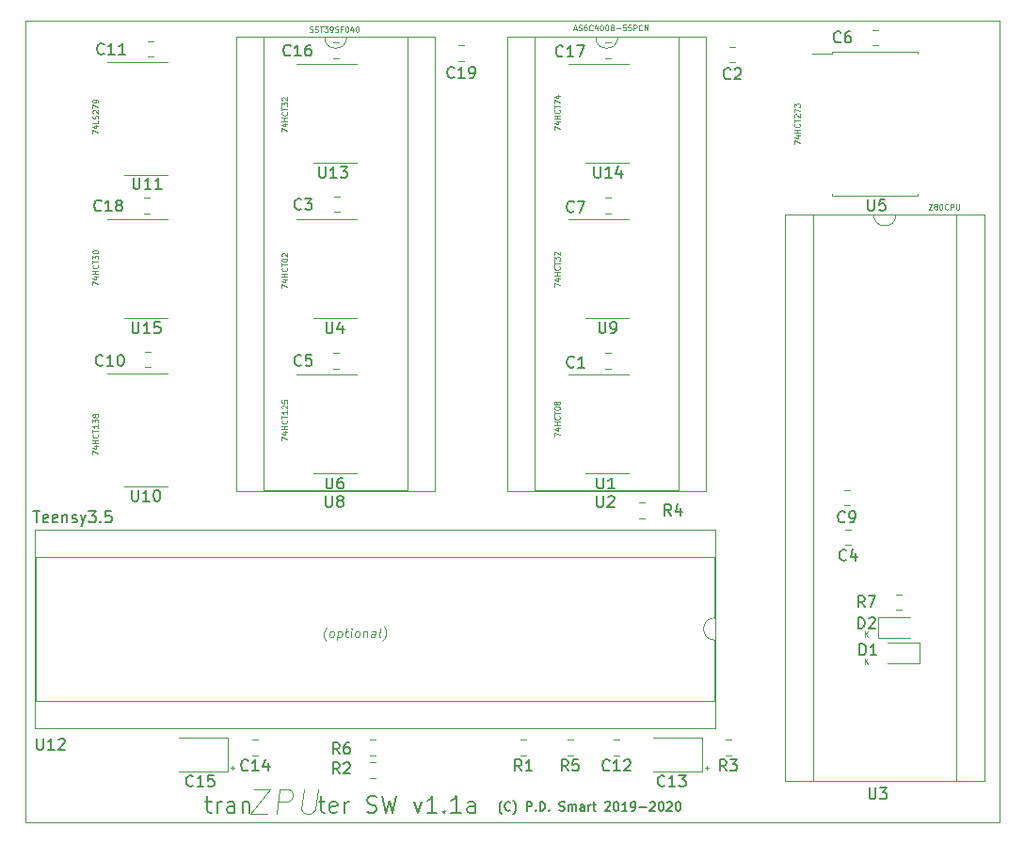
<source format=gbr>
G04 #@! TF.GenerationSoftware,KiCad,Pcbnew,(5.1.2-1)-1*
G04 #@! TF.CreationDate,2020-06-29T00:37:08+01:00*
G04 #@! TF.ProjectId,tranZPUter-SW_v1_1,7472616e-5a50-4557-9465-722d53575f76,rev?*
G04 #@! TF.SameCoordinates,Original*
G04 #@! TF.FileFunction,Legend,Top*
G04 #@! TF.FilePolarity,Positive*
%FSLAX46Y46*%
G04 Gerber Fmt 4.6, Leading zero omitted, Abs format (unit mm)*
G04 Created by KiCad (PCBNEW (5.1.2-1)-1) date 2020-06-29 00:37:08*
%MOMM*%
%LPD*%
G04 APERTURE LIST*
%ADD10C,0.120000*%
%ADD11C,0.100000*%
%ADD12C,0.150000*%
%ADD13C,0.200000*%
G04 APERTURE END LIST*
D10*
X112141000Y-147320000D02*
X112141000Y-75184000D01*
X199771000Y-147320000D02*
X112141000Y-147320000D01*
X199771000Y-75184000D02*
X199771000Y-147320000D01*
X112141000Y-75184000D02*
X199771000Y-75184000D01*
D11*
X130619523Y-142402714D02*
X131000476Y-142402714D01*
X130810000Y-142593190D02*
X130810000Y-142212238D01*
X173291523Y-142402714D02*
X173672476Y-142402714D01*
X173482000Y-142593190D02*
X173482000Y-142212238D01*
X187702047Y-133068190D02*
X187702047Y-132568190D01*
X187987761Y-133068190D02*
X187773476Y-132782476D01*
X187987761Y-132568190D02*
X187702047Y-132853904D01*
X187702047Y-130655190D02*
X187702047Y-130155190D01*
X187987761Y-130655190D02*
X187773476Y-130369476D01*
X187987761Y-130155190D02*
X187702047Y-130440904D01*
X139190160Y-130968666D02*
X139156827Y-130930571D01*
X139094922Y-130816285D01*
X139066351Y-130740095D01*
X139042541Y-130625809D01*
X139028255Y-130435333D01*
X139047303Y-130282952D01*
X139109208Y-130092476D01*
X139161589Y-129978190D01*
X139209208Y-129902000D01*
X139299684Y-129787714D01*
X139342541Y-129749619D01*
X139647303Y-130663904D02*
X139575875Y-130625809D01*
X139542541Y-130587714D01*
X139513970Y-130511523D01*
X139542541Y-130282952D01*
X139590160Y-130206761D01*
X139633017Y-130168666D01*
X139713970Y-130130571D01*
X139828255Y-130130571D01*
X139899684Y-130168666D01*
X139933017Y-130206761D01*
X139961589Y-130282952D01*
X139933017Y-130511523D01*
X139885398Y-130587714D01*
X139842541Y-130625809D01*
X139761589Y-130663904D01*
X139647303Y-130663904D01*
X140323494Y-130130571D02*
X140223494Y-130930571D01*
X140318732Y-130168666D02*
X140399684Y-130130571D01*
X140552065Y-130130571D01*
X140623494Y-130168666D01*
X140656827Y-130206761D01*
X140685398Y-130282952D01*
X140656827Y-130511523D01*
X140609208Y-130587714D01*
X140566351Y-130625809D01*
X140485398Y-130663904D01*
X140333017Y-130663904D01*
X140261589Y-130625809D01*
X140933017Y-130130571D02*
X141237779Y-130130571D01*
X141080636Y-129863904D02*
X140994922Y-130549619D01*
X141023494Y-130625809D01*
X141094922Y-130663904D01*
X141171113Y-130663904D01*
X141437779Y-130663904D02*
X141504446Y-130130571D01*
X141537779Y-129863904D02*
X141494922Y-129902000D01*
X141528255Y-129940095D01*
X141571113Y-129902000D01*
X141537779Y-129863904D01*
X141528255Y-129940095D01*
X141933017Y-130663904D02*
X141861589Y-130625809D01*
X141828255Y-130587714D01*
X141799684Y-130511523D01*
X141828255Y-130282952D01*
X141875875Y-130206761D01*
X141918732Y-130168666D01*
X141999684Y-130130571D01*
X142113970Y-130130571D01*
X142185398Y-130168666D01*
X142218732Y-130206761D01*
X142247303Y-130282952D01*
X142218732Y-130511523D01*
X142171113Y-130587714D01*
X142128255Y-130625809D01*
X142047303Y-130663904D01*
X141933017Y-130663904D01*
X142609208Y-130130571D02*
X142542541Y-130663904D01*
X142599684Y-130206761D02*
X142642541Y-130168666D01*
X142723494Y-130130571D01*
X142837779Y-130130571D01*
X142909208Y-130168666D01*
X142937779Y-130244857D01*
X142885398Y-130663904D01*
X143609208Y-130663904D02*
X143661589Y-130244857D01*
X143633017Y-130168666D01*
X143561589Y-130130571D01*
X143409208Y-130130571D01*
X143328255Y-130168666D01*
X143613970Y-130625809D02*
X143533017Y-130663904D01*
X143342541Y-130663904D01*
X143271113Y-130625809D01*
X143242541Y-130549619D01*
X143252065Y-130473428D01*
X143299684Y-130397238D01*
X143380636Y-130359142D01*
X143571113Y-130359142D01*
X143652065Y-130321047D01*
X144104446Y-130663904D02*
X144033017Y-130625809D01*
X144004446Y-130549619D01*
X144090160Y-129863904D01*
X144294922Y-130968666D02*
X144337779Y-130930571D01*
X144428255Y-130816285D01*
X144475875Y-130740095D01*
X144528255Y-130625809D01*
X144590160Y-130435333D01*
X144609208Y-130282952D01*
X144594922Y-130092476D01*
X144571113Y-129978190D01*
X144542541Y-129902000D01*
X144480636Y-129787714D01*
X144447303Y-129749619D01*
D12*
X155036238Y-146589666D02*
X154998142Y-146551571D01*
X154921952Y-146437285D01*
X154883857Y-146361095D01*
X154845761Y-146246809D01*
X154807666Y-146056333D01*
X154807666Y-145903952D01*
X154845761Y-145713476D01*
X154883857Y-145599190D01*
X154921952Y-145523000D01*
X154998142Y-145408714D01*
X155036238Y-145370619D01*
X155798142Y-146208714D02*
X155760047Y-146246809D01*
X155645761Y-146284904D01*
X155569571Y-146284904D01*
X155455285Y-146246809D01*
X155379095Y-146170619D01*
X155341000Y-146094428D01*
X155302904Y-145942047D01*
X155302904Y-145827761D01*
X155341000Y-145675380D01*
X155379095Y-145599190D01*
X155455285Y-145523000D01*
X155569571Y-145484904D01*
X155645761Y-145484904D01*
X155760047Y-145523000D01*
X155798142Y-145561095D01*
X156064809Y-146589666D02*
X156102904Y-146551571D01*
X156179095Y-146437285D01*
X156217190Y-146361095D01*
X156255285Y-146246809D01*
X156293380Y-146056333D01*
X156293380Y-145903952D01*
X156255285Y-145713476D01*
X156217190Y-145599190D01*
X156179095Y-145523000D01*
X156102904Y-145408714D01*
X156064809Y-145370619D01*
X157283857Y-146284904D02*
X157283857Y-145484904D01*
X157588619Y-145484904D01*
X157664809Y-145523000D01*
X157702904Y-145561095D01*
X157741000Y-145637285D01*
X157741000Y-145751571D01*
X157702904Y-145827761D01*
X157664809Y-145865857D01*
X157588619Y-145903952D01*
X157283857Y-145903952D01*
X158083857Y-146208714D02*
X158121952Y-146246809D01*
X158083857Y-146284904D01*
X158045761Y-146246809D01*
X158083857Y-146208714D01*
X158083857Y-146284904D01*
X158464809Y-146284904D02*
X158464809Y-145484904D01*
X158655285Y-145484904D01*
X158769571Y-145523000D01*
X158845761Y-145599190D01*
X158883857Y-145675380D01*
X158921952Y-145827761D01*
X158921952Y-145942047D01*
X158883857Y-146094428D01*
X158845761Y-146170619D01*
X158769571Y-146246809D01*
X158655285Y-146284904D01*
X158464809Y-146284904D01*
X159264809Y-146208714D02*
X159302904Y-146246809D01*
X159264809Y-146284904D01*
X159226714Y-146246809D01*
X159264809Y-146208714D01*
X159264809Y-146284904D01*
X160217190Y-146246809D02*
X160331476Y-146284904D01*
X160521952Y-146284904D01*
X160598142Y-146246809D01*
X160636238Y-146208714D01*
X160674333Y-146132523D01*
X160674333Y-146056333D01*
X160636238Y-145980142D01*
X160598142Y-145942047D01*
X160521952Y-145903952D01*
X160369571Y-145865857D01*
X160293380Y-145827761D01*
X160255285Y-145789666D01*
X160217190Y-145713476D01*
X160217190Y-145637285D01*
X160255285Y-145561095D01*
X160293380Y-145523000D01*
X160369571Y-145484904D01*
X160560047Y-145484904D01*
X160674333Y-145523000D01*
X161017190Y-146284904D02*
X161017190Y-145751571D01*
X161017190Y-145827761D02*
X161055285Y-145789666D01*
X161131476Y-145751571D01*
X161245761Y-145751571D01*
X161321952Y-145789666D01*
X161360047Y-145865857D01*
X161360047Y-146284904D01*
X161360047Y-145865857D02*
X161398142Y-145789666D01*
X161474333Y-145751571D01*
X161588619Y-145751571D01*
X161664809Y-145789666D01*
X161702904Y-145865857D01*
X161702904Y-146284904D01*
X162426714Y-146284904D02*
X162426714Y-145865857D01*
X162388619Y-145789666D01*
X162312428Y-145751571D01*
X162160047Y-145751571D01*
X162083857Y-145789666D01*
X162426714Y-146246809D02*
X162350523Y-146284904D01*
X162160047Y-146284904D01*
X162083857Y-146246809D01*
X162045761Y-146170619D01*
X162045761Y-146094428D01*
X162083857Y-146018238D01*
X162160047Y-145980142D01*
X162350523Y-145980142D01*
X162426714Y-145942047D01*
X162807666Y-146284904D02*
X162807666Y-145751571D01*
X162807666Y-145903952D02*
X162845761Y-145827761D01*
X162883857Y-145789666D01*
X162960047Y-145751571D01*
X163036238Y-145751571D01*
X163188619Y-145751571D02*
X163493380Y-145751571D01*
X163302904Y-145484904D02*
X163302904Y-146170619D01*
X163341000Y-146246809D01*
X163417190Y-146284904D01*
X163493380Y-146284904D01*
X164331476Y-145561095D02*
X164369571Y-145523000D01*
X164445761Y-145484904D01*
X164636238Y-145484904D01*
X164712428Y-145523000D01*
X164750523Y-145561095D01*
X164788619Y-145637285D01*
X164788619Y-145713476D01*
X164750523Y-145827761D01*
X164293380Y-146284904D01*
X164788619Y-146284904D01*
X165283857Y-145484904D02*
X165360047Y-145484904D01*
X165436238Y-145523000D01*
X165474333Y-145561095D01*
X165512428Y-145637285D01*
X165550523Y-145789666D01*
X165550523Y-145980142D01*
X165512428Y-146132523D01*
X165474333Y-146208714D01*
X165436238Y-146246809D01*
X165360047Y-146284904D01*
X165283857Y-146284904D01*
X165207666Y-146246809D01*
X165169571Y-146208714D01*
X165131476Y-146132523D01*
X165093380Y-145980142D01*
X165093380Y-145789666D01*
X165131476Y-145637285D01*
X165169571Y-145561095D01*
X165207666Y-145523000D01*
X165283857Y-145484904D01*
X166312428Y-146284904D02*
X165855285Y-146284904D01*
X166083857Y-146284904D02*
X166083857Y-145484904D01*
X166007666Y-145599190D01*
X165931476Y-145675380D01*
X165855285Y-145713476D01*
X166693380Y-146284904D02*
X166845761Y-146284904D01*
X166921952Y-146246809D01*
X166960047Y-146208714D01*
X167036238Y-146094428D01*
X167074333Y-145942047D01*
X167074333Y-145637285D01*
X167036238Y-145561095D01*
X166998142Y-145523000D01*
X166921952Y-145484904D01*
X166769571Y-145484904D01*
X166693380Y-145523000D01*
X166655285Y-145561095D01*
X166617190Y-145637285D01*
X166617190Y-145827761D01*
X166655285Y-145903952D01*
X166693380Y-145942047D01*
X166769571Y-145980142D01*
X166921952Y-145980142D01*
X166998142Y-145942047D01*
X167036238Y-145903952D01*
X167074333Y-145827761D01*
X167417190Y-145980142D02*
X168026714Y-145980142D01*
X168369571Y-145561095D02*
X168407666Y-145523000D01*
X168483857Y-145484904D01*
X168674333Y-145484904D01*
X168750523Y-145523000D01*
X168788619Y-145561095D01*
X168826714Y-145637285D01*
X168826714Y-145713476D01*
X168788619Y-145827761D01*
X168331476Y-146284904D01*
X168826714Y-146284904D01*
X169321952Y-145484904D02*
X169398142Y-145484904D01*
X169474333Y-145523000D01*
X169512428Y-145561095D01*
X169550523Y-145637285D01*
X169588619Y-145789666D01*
X169588619Y-145980142D01*
X169550523Y-146132523D01*
X169512428Y-146208714D01*
X169474333Y-146246809D01*
X169398142Y-146284904D01*
X169321952Y-146284904D01*
X169245761Y-146246809D01*
X169207666Y-146208714D01*
X169169571Y-146132523D01*
X169131476Y-145980142D01*
X169131476Y-145789666D01*
X169169571Y-145637285D01*
X169207666Y-145561095D01*
X169245761Y-145523000D01*
X169321952Y-145484904D01*
X169893380Y-145561095D02*
X169931476Y-145523000D01*
X170007666Y-145484904D01*
X170198142Y-145484904D01*
X170274333Y-145523000D01*
X170312428Y-145561095D01*
X170350523Y-145637285D01*
X170350523Y-145713476D01*
X170312428Y-145827761D01*
X169855285Y-146284904D01*
X170350523Y-146284904D01*
X170845761Y-145484904D02*
X170921952Y-145484904D01*
X170998142Y-145523000D01*
X171036238Y-145561095D01*
X171074333Y-145637285D01*
X171112428Y-145789666D01*
X171112428Y-145980142D01*
X171074333Y-146132523D01*
X171036238Y-146208714D01*
X170998142Y-146246809D01*
X170921952Y-146284904D01*
X170845761Y-146284904D01*
X170769571Y-146246809D01*
X170731476Y-146208714D01*
X170693380Y-146132523D01*
X170655285Y-145980142D01*
X170655285Y-145789666D01*
X170693380Y-145637285D01*
X170731476Y-145561095D01*
X170769571Y-145523000D01*
X170845761Y-145484904D01*
D11*
X132724005Y-144337238D02*
X134190672Y-144337238D01*
X132449005Y-146537238D01*
X133915672Y-146537238D01*
X134753767Y-146537238D02*
X135028767Y-144337238D01*
X135866863Y-144337238D01*
X136063291Y-144442000D01*
X136154958Y-144546761D01*
X136233529Y-144756285D01*
X136194244Y-145070571D01*
X136063291Y-145280095D01*
X135945434Y-145384857D01*
X135722815Y-145489619D01*
X134884720Y-145489619D01*
X137228767Y-144337238D02*
X137006148Y-146118190D01*
X137084720Y-146327714D01*
X137176386Y-146432476D01*
X137372815Y-146537238D01*
X137791863Y-146537238D01*
X138014482Y-146432476D01*
X138132339Y-146327714D01*
X138263291Y-146118190D01*
X138485910Y-144337238D01*
D13*
X128339000Y-145474571D02*
X128910428Y-145474571D01*
X128553285Y-144974571D02*
X128553285Y-146260285D01*
X128624714Y-146403142D01*
X128767571Y-146474571D01*
X128910428Y-146474571D01*
X129410428Y-146474571D02*
X129410428Y-145474571D01*
X129410428Y-145760285D02*
X129481857Y-145617428D01*
X129553285Y-145546000D01*
X129696142Y-145474571D01*
X129839000Y-145474571D01*
X130981857Y-146474571D02*
X130981857Y-145688857D01*
X130910428Y-145546000D01*
X130767571Y-145474571D01*
X130481857Y-145474571D01*
X130339000Y-145546000D01*
X130981857Y-146403142D02*
X130839000Y-146474571D01*
X130481857Y-146474571D01*
X130339000Y-146403142D01*
X130267571Y-146260285D01*
X130267571Y-146117428D01*
X130339000Y-145974571D01*
X130481857Y-145903142D01*
X130839000Y-145903142D01*
X130981857Y-145831714D01*
X131696142Y-145474571D02*
X131696142Y-146474571D01*
X131696142Y-145617428D02*
X131767571Y-145546000D01*
X131910428Y-145474571D01*
X132124714Y-145474571D01*
X132267571Y-145546000D01*
X132339000Y-145688857D01*
X132339000Y-146474571D01*
X138553285Y-145474571D02*
X139124714Y-145474571D01*
X138767571Y-144974571D02*
X138767571Y-146260285D01*
X138839000Y-146403142D01*
X138981857Y-146474571D01*
X139124714Y-146474571D01*
X140196142Y-146403142D02*
X140053285Y-146474571D01*
X139767571Y-146474571D01*
X139624714Y-146403142D01*
X139553285Y-146260285D01*
X139553285Y-145688857D01*
X139624714Y-145546000D01*
X139767571Y-145474571D01*
X140053285Y-145474571D01*
X140196142Y-145546000D01*
X140267571Y-145688857D01*
X140267571Y-145831714D01*
X139553285Y-145974571D01*
X140910428Y-146474571D02*
X140910428Y-145474571D01*
X140910428Y-145760285D02*
X140981857Y-145617428D01*
X141053285Y-145546000D01*
X141196142Y-145474571D01*
X141339000Y-145474571D01*
X142910428Y-146403142D02*
X143124714Y-146474571D01*
X143481857Y-146474571D01*
X143624714Y-146403142D01*
X143696142Y-146331714D01*
X143767571Y-146188857D01*
X143767571Y-146046000D01*
X143696142Y-145903142D01*
X143624714Y-145831714D01*
X143481857Y-145760285D01*
X143196142Y-145688857D01*
X143053285Y-145617428D01*
X142981857Y-145546000D01*
X142910428Y-145403142D01*
X142910428Y-145260285D01*
X142981857Y-145117428D01*
X143053285Y-145046000D01*
X143196142Y-144974571D01*
X143553285Y-144974571D01*
X143767571Y-145046000D01*
X144267571Y-144974571D02*
X144624714Y-146474571D01*
X144910428Y-145403142D01*
X145196142Y-146474571D01*
X145553285Y-144974571D01*
X147124714Y-145474571D02*
X147481857Y-146474571D01*
X147839000Y-145474571D01*
X149196142Y-146474571D02*
X148339000Y-146474571D01*
X148767571Y-146474571D02*
X148767571Y-144974571D01*
X148624714Y-145188857D01*
X148481857Y-145331714D01*
X148339000Y-145403142D01*
X149839000Y-146331714D02*
X149910428Y-146403142D01*
X149839000Y-146474571D01*
X149767571Y-146403142D01*
X149839000Y-146331714D01*
X149839000Y-146474571D01*
X151339000Y-146474571D02*
X150481857Y-146474571D01*
X150910428Y-146474571D02*
X150910428Y-144974571D01*
X150767571Y-145188857D01*
X150624714Y-145331714D01*
X150481857Y-145403142D01*
X152624714Y-146474571D02*
X152624714Y-145688857D01*
X152553285Y-145546000D01*
X152410428Y-145474571D01*
X152124714Y-145474571D01*
X151981857Y-145546000D01*
X152624714Y-146403142D02*
X152481857Y-146474571D01*
X152124714Y-146474571D01*
X151981857Y-146403142D01*
X151910428Y-146260285D01*
X151910428Y-146117428D01*
X151981857Y-145974571D01*
X152124714Y-145903142D01*
X152481857Y-145903142D01*
X152624714Y-145831714D01*
D10*
X149031000Y-76610000D02*
X131131000Y-76610000D01*
X149031000Y-117490000D02*
X149031000Y-76610000D01*
X131131000Y-117490000D02*
X149031000Y-117490000D01*
X131131000Y-76610000D02*
X131131000Y-117490000D01*
X146541000Y-76670000D02*
X141081000Y-76670000D01*
X146541000Y-117430000D02*
X146541000Y-76670000D01*
X133621000Y-117430000D02*
X146541000Y-117430000D01*
X133621000Y-76670000D02*
X133621000Y-117430000D01*
X139081000Y-76670000D02*
X133621000Y-76670000D01*
X141081000Y-76670000D02*
G75*
G02X139081000Y-76670000I-1000000J0D01*
G01*
X173415000Y-76610000D02*
X155515000Y-76610000D01*
X173415000Y-117490000D02*
X173415000Y-76610000D01*
X155515000Y-117490000D02*
X173415000Y-117490000D01*
X155515000Y-76610000D02*
X155515000Y-117490000D01*
X170925000Y-76670000D02*
X165465000Y-76670000D01*
X170925000Y-117430000D02*
X170925000Y-76670000D01*
X158005000Y-117430000D02*
X170925000Y-117430000D01*
X158005000Y-76670000D02*
X158005000Y-117430000D01*
X163465000Y-76670000D02*
X158005000Y-76670000D01*
X165465000Y-76670000D02*
G75*
G02X163465000Y-76670000I-1000000J0D01*
G01*
X184735000Y-78180000D02*
X182920000Y-78180000D01*
X184735000Y-77945000D02*
X184735000Y-78180000D01*
X188595000Y-77945000D02*
X184735000Y-77945000D01*
X192455000Y-77945000D02*
X192455000Y-78180000D01*
X188595000Y-77945000D02*
X192455000Y-77945000D01*
X184735000Y-90965000D02*
X184735000Y-90730000D01*
X188595000Y-90965000D02*
X184735000Y-90965000D01*
X192455000Y-90965000D02*
X192455000Y-90730000D01*
X188595000Y-90965000D02*
X192455000Y-90965000D01*
X198434000Y-92590000D02*
X180534000Y-92590000D01*
X198434000Y-143630000D02*
X198434000Y-92590000D01*
X180534000Y-143630000D02*
X198434000Y-143630000D01*
X180534000Y-92590000D02*
X180534000Y-143630000D01*
X195944000Y-92650000D02*
X190484000Y-92650000D01*
X195944000Y-143570000D02*
X195944000Y-92650000D01*
X183024000Y-143570000D02*
X195944000Y-143570000D01*
X183024000Y-92650000D02*
X183024000Y-143570000D01*
X188484000Y-92650000D02*
X183024000Y-92650000D01*
X190484000Y-92650000D02*
G75*
G02X188484000Y-92650000I-1000000J0D01*
G01*
X151645252Y-77395000D02*
X151122748Y-77395000D01*
X151645252Y-78815000D02*
X151122748Y-78815000D01*
X188894000Y-130754000D02*
X191754000Y-130754000D01*
X188894000Y-128834000D02*
X188894000Y-130754000D01*
X191754000Y-128834000D02*
X188894000Y-128834000D01*
X192614000Y-131120000D02*
X189754000Y-131120000D01*
X192614000Y-133040000D02*
X192614000Y-131120000D01*
X189754000Y-133040000D02*
X192614000Y-133040000D01*
X186316252Y-117400000D02*
X185793748Y-117400000D01*
X186316252Y-118820000D02*
X185793748Y-118820000D01*
X123000000Y-93065000D02*
X119550000Y-93065000D01*
X123000000Y-93065000D02*
X124950000Y-93065000D01*
X123000000Y-101935000D02*
X121050000Y-101935000D01*
X123000000Y-101935000D02*
X124950000Y-101935000D01*
X164500000Y-79065000D02*
X161050000Y-79065000D01*
X164500000Y-79065000D02*
X166450000Y-79065000D01*
X164500000Y-87935000D02*
X162550000Y-87935000D01*
X164500000Y-87935000D02*
X166450000Y-87935000D01*
X140000000Y-79065000D02*
X136550000Y-79065000D01*
X140000000Y-79065000D02*
X141950000Y-79065000D01*
X140000000Y-87935000D02*
X138050000Y-87935000D01*
X140000000Y-87935000D02*
X141950000Y-87935000D01*
X164500000Y-93065000D02*
X161050000Y-93065000D01*
X164500000Y-93065000D02*
X166450000Y-93065000D01*
X164500000Y-101935000D02*
X162550000Y-101935000D01*
X164500000Y-101935000D02*
X166450000Y-101935000D01*
X140000000Y-93065000D02*
X136550000Y-93065000D01*
X140000000Y-93065000D02*
X141950000Y-93065000D01*
X140000000Y-101935000D02*
X138050000Y-101935000D01*
X140000000Y-101935000D02*
X141950000Y-101935000D01*
X190492748Y-128218000D02*
X191015252Y-128218000D01*
X190492748Y-126798000D02*
X191015252Y-126798000D01*
X122801748Y-92531000D02*
X123324252Y-92531000D01*
X122801748Y-91111000D02*
X123324252Y-91111000D01*
X164853252Y-77115000D02*
X164330748Y-77115000D01*
X164853252Y-78535000D02*
X164330748Y-78535000D01*
X140342252Y-77141000D02*
X139819748Y-77141000D01*
X140342252Y-78561000D02*
X139819748Y-78561000D01*
X164853252Y-91111000D02*
X164330748Y-91111000D01*
X164853252Y-92531000D02*
X164330748Y-92531000D01*
X130397000Y-139714000D02*
X126012000Y-139714000D01*
X130397000Y-142734000D02*
X130397000Y-139714000D01*
X126012000Y-142734000D02*
X130397000Y-142734000D01*
X173069000Y-139714000D02*
X168684000Y-139714000D01*
X173069000Y-142734000D02*
X173069000Y-139714000D01*
X168684000Y-142734000D02*
X173069000Y-142734000D01*
X133103252Y-139879000D02*
X132580748Y-139879000D01*
X133103252Y-141299000D02*
X132580748Y-141299000D01*
X174237000Y-138871000D02*
X174237000Y-120971000D01*
X113037000Y-138871000D02*
X174237000Y-138871000D01*
X113037000Y-120971000D02*
X113037000Y-138871000D01*
X174237000Y-120971000D02*
X113037000Y-120971000D01*
X174177000Y-136381000D02*
X174177000Y-130921000D01*
X113097000Y-136381000D02*
X174177000Y-136381000D01*
X113097000Y-123461000D02*
X113097000Y-136381000D01*
X174177000Y-123461000D02*
X113097000Y-123461000D01*
X174177000Y-128921000D02*
X174177000Y-123461000D01*
X174177000Y-130921000D02*
G75*
G02X174177000Y-128921000I0J1000000D01*
G01*
X123000000Y-78940000D02*
X119550000Y-78940000D01*
X123000000Y-78940000D02*
X124950000Y-78940000D01*
X123000000Y-89060000D02*
X121050000Y-89060000D01*
X123000000Y-89060000D02*
X124950000Y-89060000D01*
X123000000Y-117060000D02*
X124950000Y-117060000D01*
X123000000Y-117060000D02*
X121050000Y-117060000D01*
X123000000Y-106940000D02*
X124950000Y-106940000D01*
X123000000Y-106940000D02*
X119550000Y-106940000D01*
X140000000Y-107065000D02*
X136550000Y-107065000D01*
X140000000Y-107065000D02*
X141950000Y-107065000D01*
X140000000Y-115935000D02*
X138050000Y-115935000D01*
X140000000Y-115935000D02*
X141950000Y-115935000D01*
X164500000Y-107065000D02*
X161050000Y-107065000D01*
X164500000Y-107065000D02*
X166450000Y-107065000D01*
X164500000Y-115935000D02*
X162550000Y-115935000D01*
X164500000Y-115935000D02*
X166450000Y-115935000D01*
X143644252Y-139879000D02*
X143121748Y-139879000D01*
X143644252Y-141299000D02*
X143121748Y-141299000D01*
X161424252Y-139879000D02*
X160901748Y-139879000D01*
X161424252Y-141299000D02*
X160901748Y-141299000D01*
X167901252Y-118543000D02*
X167378748Y-118543000D01*
X167901252Y-119963000D02*
X167378748Y-119963000D01*
X175125748Y-141299000D02*
X175648252Y-141299000D01*
X175125748Y-139879000D02*
X175648252Y-139879000D01*
X143644252Y-141911000D02*
X143121748Y-141911000D01*
X143644252Y-143331000D02*
X143121748Y-143331000D01*
X156710748Y-141299000D02*
X157233252Y-141299000D01*
X156710748Y-139879000D02*
X157233252Y-139879000D01*
X165615252Y-139879000D02*
X165092748Y-139879000D01*
X165615252Y-141299000D02*
X165092748Y-141299000D01*
X123182748Y-78434000D02*
X123705252Y-78434000D01*
X123182748Y-77014000D02*
X123705252Y-77014000D01*
X122928748Y-104954000D02*
X123451252Y-104954000D01*
X122928748Y-106374000D02*
X123451252Y-106374000D01*
X188333748Y-77418000D02*
X188856252Y-77418000D01*
X188333748Y-75998000D02*
X188856252Y-75998000D01*
X139819748Y-106475000D02*
X140342252Y-106475000D01*
X139819748Y-105055000D02*
X140342252Y-105055000D01*
X186443252Y-120956000D02*
X185920748Y-120956000D01*
X186443252Y-122376000D02*
X185920748Y-122376000D01*
X139946748Y-92404000D02*
X140469252Y-92404000D01*
X139946748Y-90984000D02*
X140469252Y-90984000D01*
X176029252Y-77522000D02*
X175506748Y-77522000D01*
X176029252Y-78942000D02*
X175506748Y-78942000D01*
X164330748Y-106501000D02*
X164853252Y-106501000D01*
X164330748Y-105081000D02*
X164853252Y-105081000D01*
D12*
X139192095Y-117943380D02*
X139192095Y-118752904D01*
X139239714Y-118848142D01*
X139287333Y-118895761D01*
X139382571Y-118943380D01*
X139573047Y-118943380D01*
X139668285Y-118895761D01*
X139715904Y-118848142D01*
X139763523Y-118752904D01*
X139763523Y-117943380D01*
X140382571Y-118371952D02*
X140287333Y-118324333D01*
X140239714Y-118276714D01*
X140192095Y-118181476D01*
X140192095Y-118133857D01*
X140239714Y-118038619D01*
X140287333Y-117991000D01*
X140382571Y-117943380D01*
X140573047Y-117943380D01*
X140668285Y-117991000D01*
X140715904Y-118038619D01*
X140763523Y-118133857D01*
X140763523Y-118181476D01*
X140715904Y-118276714D01*
X140668285Y-118324333D01*
X140573047Y-118371952D01*
X140382571Y-118371952D01*
X140287333Y-118419571D01*
X140239714Y-118467190D01*
X140192095Y-118562428D01*
X140192095Y-118752904D01*
X140239714Y-118848142D01*
X140287333Y-118895761D01*
X140382571Y-118943380D01*
X140573047Y-118943380D01*
X140668285Y-118895761D01*
X140715904Y-118848142D01*
X140763523Y-118752904D01*
X140763523Y-118562428D01*
X140715904Y-118467190D01*
X140668285Y-118419571D01*
X140573047Y-118371952D01*
D11*
X137739714Y-76170380D02*
X137811142Y-76194190D01*
X137930190Y-76194190D01*
X137977809Y-76170380D01*
X138001619Y-76146571D01*
X138025428Y-76098952D01*
X138025428Y-76051333D01*
X138001619Y-76003714D01*
X137977809Y-75979904D01*
X137930190Y-75956095D01*
X137834952Y-75932285D01*
X137787333Y-75908476D01*
X137763523Y-75884666D01*
X137739714Y-75837047D01*
X137739714Y-75789428D01*
X137763523Y-75741809D01*
X137787333Y-75718000D01*
X137834952Y-75694190D01*
X137954000Y-75694190D01*
X138025428Y-75718000D01*
X138215904Y-76170380D02*
X138287333Y-76194190D01*
X138406380Y-76194190D01*
X138454000Y-76170380D01*
X138477809Y-76146571D01*
X138501619Y-76098952D01*
X138501619Y-76051333D01*
X138477809Y-76003714D01*
X138454000Y-75979904D01*
X138406380Y-75956095D01*
X138311142Y-75932285D01*
X138263523Y-75908476D01*
X138239714Y-75884666D01*
X138215904Y-75837047D01*
X138215904Y-75789428D01*
X138239714Y-75741809D01*
X138263523Y-75718000D01*
X138311142Y-75694190D01*
X138430190Y-75694190D01*
X138501619Y-75718000D01*
X138644476Y-75694190D02*
X138930190Y-75694190D01*
X138787333Y-76194190D02*
X138787333Y-75694190D01*
X139049238Y-75694190D02*
X139358761Y-75694190D01*
X139192095Y-75884666D01*
X139263523Y-75884666D01*
X139311142Y-75908476D01*
X139334952Y-75932285D01*
X139358761Y-75979904D01*
X139358761Y-76098952D01*
X139334952Y-76146571D01*
X139311142Y-76170380D01*
X139263523Y-76194190D01*
X139120666Y-76194190D01*
X139073047Y-76170380D01*
X139049238Y-76146571D01*
X139596857Y-76194190D02*
X139692095Y-76194190D01*
X139739714Y-76170380D01*
X139763523Y-76146571D01*
X139811142Y-76075142D01*
X139834952Y-75979904D01*
X139834952Y-75789428D01*
X139811142Y-75741809D01*
X139787333Y-75718000D01*
X139739714Y-75694190D01*
X139644476Y-75694190D01*
X139596857Y-75718000D01*
X139573047Y-75741809D01*
X139549238Y-75789428D01*
X139549238Y-75908476D01*
X139573047Y-75956095D01*
X139596857Y-75979904D01*
X139644476Y-76003714D01*
X139739714Y-76003714D01*
X139787333Y-75979904D01*
X139811142Y-75956095D01*
X139834952Y-75908476D01*
X140025428Y-76170380D02*
X140096857Y-76194190D01*
X140215904Y-76194190D01*
X140263523Y-76170380D01*
X140287333Y-76146571D01*
X140311142Y-76098952D01*
X140311142Y-76051333D01*
X140287333Y-76003714D01*
X140263523Y-75979904D01*
X140215904Y-75956095D01*
X140120666Y-75932285D01*
X140073047Y-75908476D01*
X140049238Y-75884666D01*
X140025428Y-75837047D01*
X140025428Y-75789428D01*
X140049238Y-75741809D01*
X140073047Y-75718000D01*
X140120666Y-75694190D01*
X140239714Y-75694190D01*
X140311142Y-75718000D01*
X140692095Y-75932285D02*
X140525428Y-75932285D01*
X140525428Y-76194190D02*
X140525428Y-75694190D01*
X140763523Y-75694190D01*
X141049238Y-75694190D02*
X141096857Y-75694190D01*
X141144476Y-75718000D01*
X141168285Y-75741809D01*
X141192095Y-75789428D01*
X141215904Y-75884666D01*
X141215904Y-76003714D01*
X141192095Y-76098952D01*
X141168285Y-76146571D01*
X141144476Y-76170380D01*
X141096857Y-76194190D01*
X141049238Y-76194190D01*
X141001619Y-76170380D01*
X140977809Y-76146571D01*
X140954000Y-76098952D01*
X140930190Y-76003714D01*
X140930190Y-75884666D01*
X140954000Y-75789428D01*
X140977809Y-75741809D01*
X141001619Y-75718000D01*
X141049238Y-75694190D01*
X141644476Y-75860857D02*
X141644476Y-76194190D01*
X141525428Y-75670380D02*
X141406380Y-76027523D01*
X141715904Y-76027523D01*
X142001619Y-75694190D02*
X142049238Y-75694190D01*
X142096857Y-75718000D01*
X142120666Y-75741809D01*
X142144476Y-75789428D01*
X142168285Y-75884666D01*
X142168285Y-76003714D01*
X142144476Y-76098952D01*
X142120666Y-76146571D01*
X142096857Y-76170380D01*
X142049238Y-76194190D01*
X142001619Y-76194190D01*
X141954000Y-76170380D01*
X141930190Y-76146571D01*
X141906380Y-76098952D01*
X141882571Y-76003714D01*
X141882571Y-75884666D01*
X141906380Y-75789428D01*
X141930190Y-75741809D01*
X141954000Y-75718000D01*
X142001619Y-75694190D01*
D12*
X163576095Y-117943380D02*
X163576095Y-118752904D01*
X163623714Y-118848142D01*
X163671333Y-118895761D01*
X163766571Y-118943380D01*
X163957047Y-118943380D01*
X164052285Y-118895761D01*
X164099904Y-118848142D01*
X164147523Y-118752904D01*
X164147523Y-117943380D01*
X164576095Y-118038619D02*
X164623714Y-117991000D01*
X164718952Y-117943380D01*
X164957047Y-117943380D01*
X165052285Y-117991000D01*
X165099904Y-118038619D01*
X165147523Y-118133857D01*
X165147523Y-118229095D01*
X165099904Y-118371952D01*
X164528476Y-118943380D01*
X165147523Y-118943380D01*
D11*
X161500761Y-75924333D02*
X161738857Y-75924333D01*
X161453142Y-76067190D02*
X161619809Y-75567190D01*
X161786476Y-76067190D01*
X161929333Y-76043380D02*
X162000761Y-76067190D01*
X162119809Y-76067190D01*
X162167428Y-76043380D01*
X162191238Y-76019571D01*
X162215047Y-75971952D01*
X162215047Y-75924333D01*
X162191238Y-75876714D01*
X162167428Y-75852904D01*
X162119809Y-75829095D01*
X162024571Y-75805285D01*
X161976952Y-75781476D01*
X161953142Y-75757666D01*
X161929333Y-75710047D01*
X161929333Y-75662428D01*
X161953142Y-75614809D01*
X161976952Y-75591000D01*
X162024571Y-75567190D01*
X162143619Y-75567190D01*
X162215047Y-75591000D01*
X162643619Y-75567190D02*
X162548380Y-75567190D01*
X162500761Y-75591000D01*
X162476952Y-75614809D01*
X162429333Y-75686238D01*
X162405523Y-75781476D01*
X162405523Y-75971952D01*
X162429333Y-76019571D01*
X162453142Y-76043380D01*
X162500761Y-76067190D01*
X162596000Y-76067190D01*
X162643619Y-76043380D01*
X162667428Y-76019571D01*
X162691238Y-75971952D01*
X162691238Y-75852904D01*
X162667428Y-75805285D01*
X162643619Y-75781476D01*
X162596000Y-75757666D01*
X162500761Y-75757666D01*
X162453142Y-75781476D01*
X162429333Y-75805285D01*
X162405523Y-75852904D01*
X163191238Y-76019571D02*
X163167428Y-76043380D01*
X163096000Y-76067190D01*
X163048380Y-76067190D01*
X162976952Y-76043380D01*
X162929333Y-75995761D01*
X162905523Y-75948142D01*
X162881714Y-75852904D01*
X162881714Y-75781476D01*
X162905523Y-75686238D01*
X162929333Y-75638619D01*
X162976952Y-75591000D01*
X163048380Y-75567190D01*
X163096000Y-75567190D01*
X163167428Y-75591000D01*
X163191238Y-75614809D01*
X163619809Y-75733857D02*
X163619809Y-76067190D01*
X163500761Y-75543380D02*
X163381714Y-75900523D01*
X163691238Y-75900523D01*
X163976952Y-75567190D02*
X164024571Y-75567190D01*
X164072190Y-75591000D01*
X164096000Y-75614809D01*
X164119809Y-75662428D01*
X164143619Y-75757666D01*
X164143619Y-75876714D01*
X164119809Y-75971952D01*
X164096000Y-76019571D01*
X164072190Y-76043380D01*
X164024571Y-76067190D01*
X163976952Y-76067190D01*
X163929333Y-76043380D01*
X163905523Y-76019571D01*
X163881714Y-75971952D01*
X163857904Y-75876714D01*
X163857904Y-75757666D01*
X163881714Y-75662428D01*
X163905523Y-75614809D01*
X163929333Y-75591000D01*
X163976952Y-75567190D01*
X164453142Y-75567190D02*
X164500761Y-75567190D01*
X164548380Y-75591000D01*
X164572190Y-75614809D01*
X164596000Y-75662428D01*
X164619809Y-75757666D01*
X164619809Y-75876714D01*
X164596000Y-75971952D01*
X164572190Y-76019571D01*
X164548380Y-76043380D01*
X164500761Y-76067190D01*
X164453142Y-76067190D01*
X164405523Y-76043380D01*
X164381714Y-76019571D01*
X164357904Y-75971952D01*
X164334095Y-75876714D01*
X164334095Y-75757666D01*
X164357904Y-75662428D01*
X164381714Y-75614809D01*
X164405523Y-75591000D01*
X164453142Y-75567190D01*
X164905523Y-75781476D02*
X164857904Y-75757666D01*
X164834095Y-75733857D01*
X164810285Y-75686238D01*
X164810285Y-75662428D01*
X164834095Y-75614809D01*
X164857904Y-75591000D01*
X164905523Y-75567190D01*
X165000761Y-75567190D01*
X165048380Y-75591000D01*
X165072190Y-75614809D01*
X165096000Y-75662428D01*
X165096000Y-75686238D01*
X165072190Y-75733857D01*
X165048380Y-75757666D01*
X165000761Y-75781476D01*
X164905523Y-75781476D01*
X164857904Y-75805285D01*
X164834095Y-75829095D01*
X164810285Y-75876714D01*
X164810285Y-75971952D01*
X164834095Y-76019571D01*
X164857904Y-76043380D01*
X164905523Y-76067190D01*
X165000761Y-76067190D01*
X165048380Y-76043380D01*
X165072190Y-76019571D01*
X165096000Y-75971952D01*
X165096000Y-75876714D01*
X165072190Y-75829095D01*
X165048380Y-75805285D01*
X165000761Y-75781476D01*
X165310285Y-75876714D02*
X165691238Y-75876714D01*
X166167428Y-75567190D02*
X165929333Y-75567190D01*
X165905523Y-75805285D01*
X165929333Y-75781476D01*
X165976952Y-75757666D01*
X166096000Y-75757666D01*
X166143619Y-75781476D01*
X166167428Y-75805285D01*
X166191238Y-75852904D01*
X166191238Y-75971952D01*
X166167428Y-76019571D01*
X166143619Y-76043380D01*
X166096000Y-76067190D01*
X165976952Y-76067190D01*
X165929333Y-76043380D01*
X165905523Y-76019571D01*
X166643619Y-75567190D02*
X166405523Y-75567190D01*
X166381714Y-75805285D01*
X166405523Y-75781476D01*
X166453142Y-75757666D01*
X166572190Y-75757666D01*
X166619809Y-75781476D01*
X166643619Y-75805285D01*
X166667428Y-75852904D01*
X166667428Y-75971952D01*
X166643619Y-76019571D01*
X166619809Y-76043380D01*
X166572190Y-76067190D01*
X166453142Y-76067190D01*
X166405523Y-76043380D01*
X166381714Y-76019571D01*
X166881714Y-76067190D02*
X166881714Y-75567190D01*
X167072190Y-75567190D01*
X167119809Y-75591000D01*
X167143619Y-75614809D01*
X167167428Y-75662428D01*
X167167428Y-75733857D01*
X167143619Y-75781476D01*
X167119809Y-75805285D01*
X167072190Y-75829095D01*
X166881714Y-75829095D01*
X167667428Y-76019571D02*
X167643619Y-76043380D01*
X167572190Y-76067190D01*
X167524571Y-76067190D01*
X167453142Y-76043380D01*
X167405523Y-75995761D01*
X167381714Y-75948142D01*
X167357904Y-75852904D01*
X167357904Y-75781476D01*
X167381714Y-75686238D01*
X167405523Y-75638619D01*
X167453142Y-75591000D01*
X167524571Y-75567190D01*
X167572190Y-75567190D01*
X167643619Y-75591000D01*
X167667428Y-75614809D01*
X167881714Y-76067190D02*
X167881714Y-75567190D01*
X168167428Y-76067190D01*
X168167428Y-75567190D01*
D12*
X187960095Y-91273380D02*
X187960095Y-92082904D01*
X188007714Y-92178142D01*
X188055333Y-92225761D01*
X188150571Y-92273380D01*
X188341047Y-92273380D01*
X188436285Y-92225761D01*
X188483904Y-92178142D01*
X188531523Y-92082904D01*
X188531523Y-91273380D01*
X189483904Y-91273380D02*
X189007714Y-91273380D01*
X188960095Y-91749571D01*
X189007714Y-91701952D01*
X189102952Y-91654333D01*
X189341047Y-91654333D01*
X189436285Y-91701952D01*
X189483904Y-91749571D01*
X189531523Y-91844809D01*
X189531523Y-92082904D01*
X189483904Y-92178142D01*
X189436285Y-92225761D01*
X189341047Y-92273380D01*
X189102952Y-92273380D01*
X189007714Y-92225761D01*
X188960095Y-92178142D01*
D11*
X181336190Y-86276428D02*
X181336190Y-85943095D01*
X181836190Y-86157380D01*
X181502857Y-85538333D02*
X181836190Y-85538333D01*
X181312380Y-85657380D02*
X181669523Y-85776428D01*
X181669523Y-85466904D01*
X181836190Y-85276428D02*
X181336190Y-85276428D01*
X181574285Y-85276428D02*
X181574285Y-84990714D01*
X181836190Y-84990714D02*
X181336190Y-84990714D01*
X181788571Y-84466904D02*
X181812380Y-84490714D01*
X181836190Y-84562142D01*
X181836190Y-84609761D01*
X181812380Y-84681190D01*
X181764761Y-84728809D01*
X181717142Y-84752619D01*
X181621904Y-84776428D01*
X181550476Y-84776428D01*
X181455238Y-84752619D01*
X181407619Y-84728809D01*
X181360000Y-84681190D01*
X181336190Y-84609761D01*
X181336190Y-84562142D01*
X181360000Y-84490714D01*
X181383809Y-84466904D01*
X181336190Y-84324047D02*
X181336190Y-84038333D01*
X181836190Y-84181190D02*
X181336190Y-84181190D01*
X181383809Y-83895476D02*
X181360000Y-83871666D01*
X181336190Y-83824047D01*
X181336190Y-83705000D01*
X181360000Y-83657380D01*
X181383809Y-83633571D01*
X181431428Y-83609761D01*
X181479047Y-83609761D01*
X181550476Y-83633571D01*
X181836190Y-83919285D01*
X181836190Y-83609761D01*
X181336190Y-83443095D02*
X181336190Y-83109761D01*
X181836190Y-83324047D01*
X181336190Y-82966904D02*
X181336190Y-82657380D01*
X181526666Y-82824047D01*
X181526666Y-82752619D01*
X181550476Y-82705000D01*
X181574285Y-82681190D01*
X181621904Y-82657380D01*
X181740952Y-82657380D01*
X181788571Y-82681190D01*
X181812380Y-82705000D01*
X181836190Y-82752619D01*
X181836190Y-82895476D01*
X181812380Y-82943095D01*
X181788571Y-82966904D01*
D12*
X188087095Y-144232380D02*
X188087095Y-145041904D01*
X188134714Y-145137142D01*
X188182333Y-145184761D01*
X188277571Y-145232380D01*
X188468047Y-145232380D01*
X188563285Y-145184761D01*
X188610904Y-145137142D01*
X188658523Y-145041904D01*
X188658523Y-144232380D01*
X189039476Y-144232380D02*
X189658523Y-144232380D01*
X189325190Y-144613333D01*
X189468047Y-144613333D01*
X189563285Y-144660952D01*
X189610904Y-144708571D01*
X189658523Y-144803809D01*
X189658523Y-145041904D01*
X189610904Y-145137142D01*
X189563285Y-145184761D01*
X189468047Y-145232380D01*
X189182333Y-145232380D01*
X189087095Y-145184761D01*
X189039476Y-145137142D01*
D11*
X193413238Y-91674190D02*
X193746571Y-91674190D01*
X193413238Y-92174190D01*
X193746571Y-92174190D01*
X194008476Y-91888476D02*
X193960857Y-91864666D01*
X193937047Y-91840857D01*
X193913238Y-91793238D01*
X193913238Y-91769428D01*
X193937047Y-91721809D01*
X193960857Y-91698000D01*
X194008476Y-91674190D01*
X194103714Y-91674190D01*
X194151333Y-91698000D01*
X194175142Y-91721809D01*
X194198952Y-91769428D01*
X194198952Y-91793238D01*
X194175142Y-91840857D01*
X194151333Y-91864666D01*
X194103714Y-91888476D01*
X194008476Y-91888476D01*
X193960857Y-91912285D01*
X193937047Y-91936095D01*
X193913238Y-91983714D01*
X193913238Y-92078952D01*
X193937047Y-92126571D01*
X193960857Y-92150380D01*
X194008476Y-92174190D01*
X194103714Y-92174190D01*
X194151333Y-92150380D01*
X194175142Y-92126571D01*
X194198952Y-92078952D01*
X194198952Y-91983714D01*
X194175142Y-91936095D01*
X194151333Y-91912285D01*
X194103714Y-91888476D01*
X194508476Y-91674190D02*
X194556095Y-91674190D01*
X194603714Y-91698000D01*
X194627523Y-91721809D01*
X194651333Y-91769428D01*
X194675142Y-91864666D01*
X194675142Y-91983714D01*
X194651333Y-92078952D01*
X194627523Y-92126571D01*
X194603714Y-92150380D01*
X194556095Y-92174190D01*
X194508476Y-92174190D01*
X194460857Y-92150380D01*
X194437047Y-92126571D01*
X194413238Y-92078952D01*
X194389428Y-91983714D01*
X194389428Y-91864666D01*
X194413238Y-91769428D01*
X194437047Y-91721809D01*
X194460857Y-91698000D01*
X194508476Y-91674190D01*
X195175142Y-92126571D02*
X195151333Y-92150380D01*
X195079904Y-92174190D01*
X195032285Y-92174190D01*
X194960857Y-92150380D01*
X194913238Y-92102761D01*
X194889428Y-92055142D01*
X194865619Y-91959904D01*
X194865619Y-91888476D01*
X194889428Y-91793238D01*
X194913238Y-91745619D01*
X194960857Y-91698000D01*
X195032285Y-91674190D01*
X195079904Y-91674190D01*
X195151333Y-91698000D01*
X195175142Y-91721809D01*
X195389428Y-92174190D02*
X195389428Y-91674190D01*
X195579904Y-91674190D01*
X195627523Y-91698000D01*
X195651333Y-91721809D01*
X195675142Y-91769428D01*
X195675142Y-91840857D01*
X195651333Y-91888476D01*
X195627523Y-91912285D01*
X195579904Y-91936095D01*
X195389428Y-91936095D01*
X195889428Y-91674190D02*
X195889428Y-92078952D01*
X195913238Y-92126571D01*
X195937047Y-92150380D01*
X195984666Y-92174190D01*
X196079904Y-92174190D01*
X196127523Y-92150380D01*
X196151333Y-92126571D01*
X196175142Y-92078952D01*
X196175142Y-91674190D01*
D12*
X150741142Y-80240142D02*
X150693523Y-80287761D01*
X150550666Y-80335380D01*
X150455428Y-80335380D01*
X150312571Y-80287761D01*
X150217333Y-80192523D01*
X150169714Y-80097285D01*
X150122095Y-79906809D01*
X150122095Y-79763952D01*
X150169714Y-79573476D01*
X150217333Y-79478238D01*
X150312571Y-79383000D01*
X150455428Y-79335380D01*
X150550666Y-79335380D01*
X150693523Y-79383000D01*
X150741142Y-79430619D01*
X151693523Y-80335380D02*
X151122095Y-80335380D01*
X151407809Y-80335380D02*
X151407809Y-79335380D01*
X151312571Y-79478238D01*
X151217333Y-79573476D01*
X151122095Y-79621095D01*
X152169714Y-80335380D02*
X152360190Y-80335380D01*
X152455428Y-80287761D01*
X152503047Y-80240142D01*
X152598285Y-80097285D01*
X152645904Y-79906809D01*
X152645904Y-79525857D01*
X152598285Y-79430619D01*
X152550666Y-79383000D01*
X152455428Y-79335380D01*
X152264952Y-79335380D01*
X152169714Y-79383000D01*
X152122095Y-79430619D01*
X152074476Y-79525857D01*
X152074476Y-79763952D01*
X152122095Y-79859190D01*
X152169714Y-79906809D01*
X152264952Y-79954428D01*
X152455428Y-79954428D01*
X152550666Y-79906809D01*
X152598285Y-79859190D01*
X152645904Y-79763952D01*
X187094904Y-129865380D02*
X187094904Y-128865380D01*
X187333000Y-128865380D01*
X187475857Y-128913000D01*
X187571095Y-129008238D01*
X187618714Y-129103476D01*
X187666333Y-129293952D01*
X187666333Y-129436809D01*
X187618714Y-129627285D01*
X187571095Y-129722523D01*
X187475857Y-129817761D01*
X187333000Y-129865380D01*
X187094904Y-129865380D01*
X188047285Y-128960619D02*
X188094904Y-128913000D01*
X188190142Y-128865380D01*
X188428238Y-128865380D01*
X188523476Y-128913000D01*
X188571095Y-128960619D01*
X188618714Y-129055857D01*
X188618714Y-129151095D01*
X188571095Y-129293952D01*
X187999666Y-129865380D01*
X188618714Y-129865380D01*
X187221904Y-132278380D02*
X187221904Y-131278380D01*
X187460000Y-131278380D01*
X187602857Y-131326000D01*
X187698095Y-131421238D01*
X187745714Y-131516476D01*
X187793333Y-131706952D01*
X187793333Y-131849809D01*
X187745714Y-132040285D01*
X187698095Y-132135523D01*
X187602857Y-132230761D01*
X187460000Y-132278380D01*
X187221904Y-132278380D01*
X188745714Y-132278380D02*
X188174285Y-132278380D01*
X188460000Y-132278380D02*
X188460000Y-131278380D01*
X188364761Y-131421238D01*
X188269523Y-131516476D01*
X188174285Y-131564095D01*
X185888333Y-120245142D02*
X185840714Y-120292761D01*
X185697857Y-120340380D01*
X185602619Y-120340380D01*
X185459761Y-120292761D01*
X185364523Y-120197523D01*
X185316904Y-120102285D01*
X185269285Y-119911809D01*
X185269285Y-119768952D01*
X185316904Y-119578476D01*
X185364523Y-119483238D01*
X185459761Y-119388000D01*
X185602619Y-119340380D01*
X185697857Y-119340380D01*
X185840714Y-119388000D01*
X185888333Y-119435619D01*
X186364523Y-120340380D02*
X186555000Y-120340380D01*
X186650238Y-120292761D01*
X186697857Y-120245142D01*
X186793095Y-120102285D01*
X186840714Y-119911809D01*
X186840714Y-119530857D01*
X186793095Y-119435619D01*
X186745476Y-119388000D01*
X186650238Y-119340380D01*
X186459761Y-119340380D01*
X186364523Y-119388000D01*
X186316904Y-119435619D01*
X186269285Y-119530857D01*
X186269285Y-119768952D01*
X186316904Y-119864190D01*
X186364523Y-119911809D01*
X186459761Y-119959428D01*
X186650238Y-119959428D01*
X186745476Y-119911809D01*
X186793095Y-119864190D01*
X186840714Y-119768952D01*
X121801904Y-102322380D02*
X121801904Y-103131904D01*
X121849523Y-103227142D01*
X121897142Y-103274761D01*
X121992380Y-103322380D01*
X122182857Y-103322380D01*
X122278095Y-103274761D01*
X122325714Y-103227142D01*
X122373333Y-103131904D01*
X122373333Y-102322380D01*
X123373333Y-103322380D02*
X122801904Y-103322380D01*
X123087619Y-103322380D02*
X123087619Y-102322380D01*
X122992380Y-102465238D01*
X122897142Y-102560476D01*
X122801904Y-102608095D01*
X124278095Y-102322380D02*
X123801904Y-102322380D01*
X123754285Y-102798571D01*
X123801904Y-102750952D01*
X123897142Y-102703333D01*
X124135238Y-102703333D01*
X124230476Y-102750952D01*
X124278095Y-102798571D01*
X124325714Y-102893809D01*
X124325714Y-103131904D01*
X124278095Y-103227142D01*
X124230476Y-103274761D01*
X124135238Y-103322380D01*
X123897142Y-103322380D01*
X123801904Y-103274761D01*
X123754285Y-103227142D01*
D11*
X118217190Y-98992333D02*
X118217190Y-98659000D01*
X118717190Y-98873285D01*
X118383857Y-98254238D02*
X118717190Y-98254238D01*
X118193380Y-98373285D02*
X118550523Y-98492333D01*
X118550523Y-98182809D01*
X118717190Y-97992333D02*
X118217190Y-97992333D01*
X118455285Y-97992333D02*
X118455285Y-97706619D01*
X118717190Y-97706619D02*
X118217190Y-97706619D01*
X118669571Y-97182809D02*
X118693380Y-97206619D01*
X118717190Y-97278047D01*
X118717190Y-97325666D01*
X118693380Y-97397095D01*
X118645761Y-97444714D01*
X118598142Y-97468523D01*
X118502904Y-97492333D01*
X118431476Y-97492333D01*
X118336238Y-97468523D01*
X118288619Y-97444714D01*
X118241000Y-97397095D01*
X118217190Y-97325666D01*
X118217190Y-97278047D01*
X118241000Y-97206619D01*
X118264809Y-97182809D01*
X118217190Y-97039952D02*
X118217190Y-96754238D01*
X118717190Y-96897095D02*
X118217190Y-96897095D01*
X118217190Y-96635190D02*
X118217190Y-96325666D01*
X118407666Y-96492333D01*
X118407666Y-96420904D01*
X118431476Y-96373285D01*
X118455285Y-96349476D01*
X118502904Y-96325666D01*
X118621952Y-96325666D01*
X118669571Y-96349476D01*
X118693380Y-96373285D01*
X118717190Y-96420904D01*
X118717190Y-96563761D01*
X118693380Y-96611380D01*
X118669571Y-96635190D01*
X118217190Y-96016142D02*
X118217190Y-95968523D01*
X118241000Y-95920904D01*
X118264809Y-95897095D01*
X118312428Y-95873285D01*
X118407666Y-95849476D01*
X118526714Y-95849476D01*
X118621952Y-95873285D01*
X118669571Y-95897095D01*
X118693380Y-95920904D01*
X118717190Y-95968523D01*
X118717190Y-96016142D01*
X118693380Y-96063761D01*
X118669571Y-96087571D01*
X118621952Y-96111380D01*
X118526714Y-96135190D01*
X118407666Y-96135190D01*
X118312428Y-96111380D01*
X118264809Y-96087571D01*
X118241000Y-96063761D01*
X118217190Y-96016142D01*
D12*
X163342904Y-88300380D02*
X163342904Y-89109904D01*
X163390523Y-89205142D01*
X163438142Y-89252761D01*
X163533380Y-89300380D01*
X163723857Y-89300380D01*
X163819095Y-89252761D01*
X163866714Y-89205142D01*
X163914333Y-89109904D01*
X163914333Y-88300380D01*
X164914333Y-89300380D02*
X164342904Y-89300380D01*
X164628619Y-89300380D02*
X164628619Y-88300380D01*
X164533380Y-88443238D01*
X164438142Y-88538476D01*
X164342904Y-88586095D01*
X165771476Y-88633714D02*
X165771476Y-89300380D01*
X165533380Y-88252761D02*
X165295285Y-88967047D01*
X165914333Y-88967047D01*
D11*
X159746190Y-85022333D02*
X159746190Y-84689000D01*
X160246190Y-84903285D01*
X159912857Y-84284238D02*
X160246190Y-84284238D01*
X159722380Y-84403285D02*
X160079523Y-84522333D01*
X160079523Y-84212809D01*
X160246190Y-84022333D02*
X159746190Y-84022333D01*
X159984285Y-84022333D02*
X159984285Y-83736619D01*
X160246190Y-83736619D02*
X159746190Y-83736619D01*
X160198571Y-83212809D02*
X160222380Y-83236619D01*
X160246190Y-83308047D01*
X160246190Y-83355666D01*
X160222380Y-83427095D01*
X160174761Y-83474714D01*
X160127142Y-83498523D01*
X160031904Y-83522333D01*
X159960476Y-83522333D01*
X159865238Y-83498523D01*
X159817619Y-83474714D01*
X159770000Y-83427095D01*
X159746190Y-83355666D01*
X159746190Y-83308047D01*
X159770000Y-83236619D01*
X159793809Y-83212809D01*
X159746190Y-83069952D02*
X159746190Y-82784238D01*
X160246190Y-82927095D02*
X159746190Y-82927095D01*
X159746190Y-82665190D02*
X159746190Y-82331857D01*
X160246190Y-82546142D01*
X159912857Y-81927095D02*
X160246190Y-81927095D01*
X159722380Y-82046142D02*
X160079523Y-82165190D01*
X160079523Y-81855666D01*
D12*
X138588904Y-88322380D02*
X138588904Y-89131904D01*
X138636523Y-89227142D01*
X138684142Y-89274761D01*
X138779380Y-89322380D01*
X138969857Y-89322380D01*
X139065095Y-89274761D01*
X139112714Y-89227142D01*
X139160333Y-89131904D01*
X139160333Y-88322380D01*
X140160333Y-89322380D02*
X139588904Y-89322380D01*
X139874619Y-89322380D02*
X139874619Y-88322380D01*
X139779380Y-88465238D01*
X139684142Y-88560476D01*
X139588904Y-88608095D01*
X140493666Y-88322380D02*
X141112714Y-88322380D01*
X140779380Y-88703333D01*
X140922238Y-88703333D01*
X141017476Y-88750952D01*
X141065095Y-88798571D01*
X141112714Y-88893809D01*
X141112714Y-89131904D01*
X141065095Y-89227142D01*
X141017476Y-89274761D01*
X140922238Y-89322380D01*
X140636523Y-89322380D01*
X140541285Y-89274761D01*
X140493666Y-89227142D01*
D11*
X135235190Y-85210333D02*
X135235190Y-84877000D01*
X135735190Y-85091285D01*
X135401857Y-84472238D02*
X135735190Y-84472238D01*
X135211380Y-84591285D02*
X135568523Y-84710333D01*
X135568523Y-84400809D01*
X135735190Y-84210333D02*
X135235190Y-84210333D01*
X135473285Y-84210333D02*
X135473285Y-83924619D01*
X135735190Y-83924619D02*
X135235190Y-83924619D01*
X135687571Y-83400809D02*
X135711380Y-83424619D01*
X135735190Y-83496047D01*
X135735190Y-83543666D01*
X135711380Y-83615095D01*
X135663761Y-83662714D01*
X135616142Y-83686523D01*
X135520904Y-83710333D01*
X135449476Y-83710333D01*
X135354238Y-83686523D01*
X135306619Y-83662714D01*
X135259000Y-83615095D01*
X135235190Y-83543666D01*
X135235190Y-83496047D01*
X135259000Y-83424619D01*
X135282809Y-83400809D01*
X135235190Y-83257952D02*
X135235190Y-82972238D01*
X135735190Y-83115095D02*
X135235190Y-83115095D01*
X135235190Y-82853190D02*
X135235190Y-82543666D01*
X135425666Y-82710333D01*
X135425666Y-82638904D01*
X135449476Y-82591285D01*
X135473285Y-82567476D01*
X135520904Y-82543666D01*
X135639952Y-82543666D01*
X135687571Y-82567476D01*
X135711380Y-82591285D01*
X135735190Y-82638904D01*
X135735190Y-82781761D01*
X135711380Y-82829380D01*
X135687571Y-82853190D01*
X135282809Y-82353190D02*
X135259000Y-82329380D01*
X135235190Y-82281761D01*
X135235190Y-82162714D01*
X135259000Y-82115095D01*
X135282809Y-82091285D01*
X135330428Y-82067476D01*
X135378047Y-82067476D01*
X135449476Y-82091285D01*
X135735190Y-82377000D01*
X135735190Y-82067476D01*
D12*
X163778095Y-102300380D02*
X163778095Y-103109904D01*
X163825714Y-103205142D01*
X163873333Y-103252761D01*
X163968571Y-103300380D01*
X164159047Y-103300380D01*
X164254285Y-103252761D01*
X164301904Y-103205142D01*
X164349523Y-103109904D01*
X164349523Y-102300380D01*
X164873333Y-103300380D02*
X165063809Y-103300380D01*
X165159047Y-103252761D01*
X165206666Y-103205142D01*
X165301904Y-103062285D01*
X165349523Y-102871809D01*
X165349523Y-102490857D01*
X165301904Y-102395619D01*
X165254285Y-102348000D01*
X165159047Y-102300380D01*
X164968571Y-102300380D01*
X164873333Y-102348000D01*
X164825714Y-102395619D01*
X164778095Y-102490857D01*
X164778095Y-102728952D01*
X164825714Y-102824190D01*
X164873333Y-102871809D01*
X164968571Y-102919428D01*
X165159047Y-102919428D01*
X165254285Y-102871809D01*
X165301904Y-102824190D01*
X165349523Y-102728952D01*
D11*
X159746190Y-99119333D02*
X159746190Y-98786000D01*
X160246190Y-99000285D01*
X159912857Y-98381238D02*
X160246190Y-98381238D01*
X159722380Y-98500285D02*
X160079523Y-98619333D01*
X160079523Y-98309809D01*
X160246190Y-98119333D02*
X159746190Y-98119333D01*
X159984285Y-98119333D02*
X159984285Y-97833619D01*
X160246190Y-97833619D02*
X159746190Y-97833619D01*
X160198571Y-97309809D02*
X160222380Y-97333619D01*
X160246190Y-97405047D01*
X160246190Y-97452666D01*
X160222380Y-97524095D01*
X160174761Y-97571714D01*
X160127142Y-97595523D01*
X160031904Y-97619333D01*
X159960476Y-97619333D01*
X159865238Y-97595523D01*
X159817619Y-97571714D01*
X159770000Y-97524095D01*
X159746190Y-97452666D01*
X159746190Y-97405047D01*
X159770000Y-97333619D01*
X159793809Y-97309809D01*
X159746190Y-97166952D02*
X159746190Y-96881238D01*
X160246190Y-97024095D02*
X159746190Y-97024095D01*
X159746190Y-96762190D02*
X159746190Y-96452666D01*
X159936666Y-96619333D01*
X159936666Y-96547904D01*
X159960476Y-96500285D01*
X159984285Y-96476476D01*
X160031904Y-96452666D01*
X160150952Y-96452666D01*
X160198571Y-96476476D01*
X160222380Y-96500285D01*
X160246190Y-96547904D01*
X160246190Y-96690761D01*
X160222380Y-96738380D01*
X160198571Y-96762190D01*
X159793809Y-96262190D02*
X159770000Y-96238380D01*
X159746190Y-96190761D01*
X159746190Y-96071714D01*
X159770000Y-96024095D01*
X159793809Y-96000285D01*
X159841428Y-95976476D01*
X159889047Y-95976476D01*
X159960476Y-96000285D01*
X160246190Y-96286000D01*
X160246190Y-95976476D01*
D12*
X139237095Y-102322380D02*
X139237095Y-103131904D01*
X139284714Y-103227142D01*
X139332333Y-103274761D01*
X139427571Y-103322380D01*
X139618047Y-103322380D01*
X139713285Y-103274761D01*
X139760904Y-103227142D01*
X139808523Y-103131904D01*
X139808523Y-102322380D01*
X140713285Y-102655714D02*
X140713285Y-103322380D01*
X140475190Y-102274761D02*
X140237095Y-102989047D01*
X140856142Y-102989047D01*
D11*
X135235190Y-99246333D02*
X135235190Y-98913000D01*
X135735190Y-99127285D01*
X135401857Y-98508238D02*
X135735190Y-98508238D01*
X135211380Y-98627285D02*
X135568523Y-98746333D01*
X135568523Y-98436809D01*
X135735190Y-98246333D02*
X135235190Y-98246333D01*
X135473285Y-98246333D02*
X135473285Y-97960619D01*
X135735190Y-97960619D02*
X135235190Y-97960619D01*
X135687571Y-97436809D02*
X135711380Y-97460619D01*
X135735190Y-97532047D01*
X135735190Y-97579666D01*
X135711380Y-97651095D01*
X135663761Y-97698714D01*
X135616142Y-97722523D01*
X135520904Y-97746333D01*
X135449476Y-97746333D01*
X135354238Y-97722523D01*
X135306619Y-97698714D01*
X135259000Y-97651095D01*
X135235190Y-97579666D01*
X135235190Y-97532047D01*
X135259000Y-97460619D01*
X135282809Y-97436809D01*
X135235190Y-97293952D02*
X135235190Y-97008238D01*
X135735190Y-97151095D02*
X135235190Y-97151095D01*
X135235190Y-96746333D02*
X135235190Y-96698714D01*
X135259000Y-96651095D01*
X135282809Y-96627285D01*
X135330428Y-96603476D01*
X135425666Y-96579666D01*
X135544714Y-96579666D01*
X135639952Y-96603476D01*
X135687571Y-96627285D01*
X135711380Y-96651095D01*
X135735190Y-96698714D01*
X135735190Y-96746333D01*
X135711380Y-96793952D01*
X135687571Y-96817761D01*
X135639952Y-96841571D01*
X135544714Y-96865380D01*
X135425666Y-96865380D01*
X135330428Y-96841571D01*
X135282809Y-96817761D01*
X135259000Y-96793952D01*
X135235190Y-96746333D01*
X135282809Y-96389190D02*
X135259000Y-96365380D01*
X135235190Y-96317761D01*
X135235190Y-96198714D01*
X135259000Y-96151095D01*
X135282809Y-96127285D01*
X135330428Y-96103476D01*
X135378047Y-96103476D01*
X135449476Y-96127285D01*
X135735190Y-96413000D01*
X135735190Y-96103476D01*
D12*
X187666333Y-127960380D02*
X187333000Y-127484190D01*
X187094904Y-127960380D02*
X187094904Y-126960380D01*
X187475857Y-126960380D01*
X187571095Y-127008000D01*
X187618714Y-127055619D01*
X187666333Y-127150857D01*
X187666333Y-127293714D01*
X187618714Y-127388952D01*
X187571095Y-127436571D01*
X187475857Y-127484190D01*
X187094904Y-127484190D01*
X187999666Y-126960380D02*
X188666333Y-126960380D01*
X188237761Y-127960380D01*
X118991142Y-92226142D02*
X118943523Y-92273761D01*
X118800666Y-92321380D01*
X118705428Y-92321380D01*
X118562571Y-92273761D01*
X118467333Y-92178523D01*
X118419714Y-92083285D01*
X118372095Y-91892809D01*
X118372095Y-91749952D01*
X118419714Y-91559476D01*
X118467333Y-91464238D01*
X118562571Y-91369000D01*
X118705428Y-91321380D01*
X118800666Y-91321380D01*
X118943523Y-91369000D01*
X118991142Y-91416619D01*
X119943523Y-92321380D02*
X119372095Y-92321380D01*
X119657809Y-92321380D02*
X119657809Y-91321380D01*
X119562571Y-91464238D01*
X119467333Y-91559476D01*
X119372095Y-91607095D01*
X120514952Y-91749952D02*
X120419714Y-91702333D01*
X120372095Y-91654714D01*
X120324476Y-91559476D01*
X120324476Y-91511857D01*
X120372095Y-91416619D01*
X120419714Y-91369000D01*
X120514952Y-91321380D01*
X120705428Y-91321380D01*
X120800666Y-91369000D01*
X120848285Y-91416619D01*
X120895904Y-91511857D01*
X120895904Y-91559476D01*
X120848285Y-91654714D01*
X120800666Y-91702333D01*
X120705428Y-91749952D01*
X120514952Y-91749952D01*
X120419714Y-91797571D01*
X120372095Y-91845190D01*
X120324476Y-91940428D01*
X120324476Y-92130904D01*
X120372095Y-92226142D01*
X120419714Y-92273761D01*
X120514952Y-92321380D01*
X120705428Y-92321380D01*
X120800666Y-92273761D01*
X120848285Y-92226142D01*
X120895904Y-92130904D01*
X120895904Y-91940428D01*
X120848285Y-91845190D01*
X120800666Y-91797571D01*
X120705428Y-91749952D01*
X160520142Y-78335142D02*
X160472523Y-78382761D01*
X160329666Y-78430380D01*
X160234428Y-78430380D01*
X160091571Y-78382761D01*
X159996333Y-78287523D01*
X159948714Y-78192285D01*
X159901095Y-78001809D01*
X159901095Y-77858952D01*
X159948714Y-77668476D01*
X159996333Y-77573238D01*
X160091571Y-77478000D01*
X160234428Y-77430380D01*
X160329666Y-77430380D01*
X160472523Y-77478000D01*
X160520142Y-77525619D01*
X161472523Y-78430380D02*
X160901095Y-78430380D01*
X161186809Y-78430380D02*
X161186809Y-77430380D01*
X161091571Y-77573238D01*
X160996333Y-77668476D01*
X160901095Y-77716095D01*
X161805857Y-77430380D02*
X162472523Y-77430380D01*
X162043952Y-78430380D01*
X136009142Y-78256142D02*
X135961523Y-78303761D01*
X135818666Y-78351380D01*
X135723428Y-78351380D01*
X135580571Y-78303761D01*
X135485333Y-78208523D01*
X135437714Y-78113285D01*
X135390095Y-77922809D01*
X135390095Y-77779952D01*
X135437714Y-77589476D01*
X135485333Y-77494238D01*
X135580571Y-77399000D01*
X135723428Y-77351380D01*
X135818666Y-77351380D01*
X135961523Y-77399000D01*
X136009142Y-77446619D01*
X136961523Y-78351380D02*
X136390095Y-78351380D01*
X136675809Y-78351380D02*
X136675809Y-77351380D01*
X136580571Y-77494238D01*
X136485333Y-77589476D01*
X136390095Y-77637095D01*
X137818666Y-77351380D02*
X137628190Y-77351380D01*
X137532952Y-77399000D01*
X137485333Y-77446619D01*
X137390095Y-77589476D01*
X137342476Y-77779952D01*
X137342476Y-78160904D01*
X137390095Y-78256142D01*
X137437714Y-78303761D01*
X137532952Y-78351380D01*
X137723428Y-78351380D01*
X137818666Y-78303761D01*
X137866285Y-78256142D01*
X137913904Y-78160904D01*
X137913904Y-77922809D01*
X137866285Y-77827571D01*
X137818666Y-77779952D01*
X137723428Y-77732333D01*
X137532952Y-77732333D01*
X137437714Y-77779952D01*
X137390095Y-77827571D01*
X137342476Y-77922809D01*
X161504333Y-92331142D02*
X161456714Y-92378761D01*
X161313857Y-92426380D01*
X161218619Y-92426380D01*
X161075761Y-92378761D01*
X160980523Y-92283523D01*
X160932904Y-92188285D01*
X160885285Y-91997809D01*
X160885285Y-91854952D01*
X160932904Y-91664476D01*
X160980523Y-91569238D01*
X161075761Y-91474000D01*
X161218619Y-91426380D01*
X161313857Y-91426380D01*
X161456714Y-91474000D01*
X161504333Y-91521619D01*
X161837666Y-91426380D02*
X162504333Y-91426380D01*
X162075761Y-92426380D01*
X127246142Y-143994142D02*
X127198523Y-144041761D01*
X127055666Y-144089380D01*
X126960428Y-144089380D01*
X126817571Y-144041761D01*
X126722333Y-143946523D01*
X126674714Y-143851285D01*
X126627095Y-143660809D01*
X126627095Y-143517952D01*
X126674714Y-143327476D01*
X126722333Y-143232238D01*
X126817571Y-143137000D01*
X126960428Y-143089380D01*
X127055666Y-143089380D01*
X127198523Y-143137000D01*
X127246142Y-143184619D01*
X128198523Y-144089380D02*
X127627095Y-144089380D01*
X127912809Y-144089380D02*
X127912809Y-143089380D01*
X127817571Y-143232238D01*
X127722333Y-143327476D01*
X127627095Y-143375095D01*
X129103285Y-143089380D02*
X128627095Y-143089380D01*
X128579476Y-143565571D01*
X128627095Y-143517952D01*
X128722333Y-143470333D01*
X128960428Y-143470333D01*
X129055666Y-143517952D01*
X129103285Y-143565571D01*
X129150904Y-143660809D01*
X129150904Y-143898904D01*
X129103285Y-143994142D01*
X129055666Y-144041761D01*
X128960428Y-144089380D01*
X128722333Y-144089380D01*
X128627095Y-144041761D01*
X128579476Y-143994142D01*
X169664142Y-143994142D02*
X169616523Y-144041761D01*
X169473666Y-144089380D01*
X169378428Y-144089380D01*
X169235571Y-144041761D01*
X169140333Y-143946523D01*
X169092714Y-143851285D01*
X169045095Y-143660809D01*
X169045095Y-143517952D01*
X169092714Y-143327476D01*
X169140333Y-143232238D01*
X169235571Y-143137000D01*
X169378428Y-143089380D01*
X169473666Y-143089380D01*
X169616523Y-143137000D01*
X169664142Y-143184619D01*
X170616523Y-144089380D02*
X170045095Y-144089380D01*
X170330809Y-144089380D02*
X170330809Y-143089380D01*
X170235571Y-143232238D01*
X170140333Y-143327476D01*
X170045095Y-143375095D01*
X170949857Y-143089380D02*
X171568904Y-143089380D01*
X171235571Y-143470333D01*
X171378428Y-143470333D01*
X171473666Y-143517952D01*
X171521285Y-143565571D01*
X171568904Y-143660809D01*
X171568904Y-143898904D01*
X171521285Y-143994142D01*
X171473666Y-144041761D01*
X171378428Y-144089380D01*
X171092714Y-144089380D01*
X170997476Y-144041761D01*
X170949857Y-143994142D01*
X132199142Y-142597142D02*
X132151523Y-142644761D01*
X132008666Y-142692380D01*
X131913428Y-142692380D01*
X131770571Y-142644761D01*
X131675333Y-142549523D01*
X131627714Y-142454285D01*
X131580095Y-142263809D01*
X131580095Y-142120952D01*
X131627714Y-141930476D01*
X131675333Y-141835238D01*
X131770571Y-141740000D01*
X131913428Y-141692380D01*
X132008666Y-141692380D01*
X132151523Y-141740000D01*
X132199142Y-141787619D01*
X133151523Y-142692380D02*
X132580095Y-142692380D01*
X132865809Y-142692380D02*
X132865809Y-141692380D01*
X132770571Y-141835238D01*
X132675333Y-141930476D01*
X132580095Y-141978095D01*
X134008666Y-142025714D02*
X134008666Y-142692380D01*
X133770571Y-141644761D02*
X133532476Y-142359047D01*
X134151523Y-142359047D01*
X113188904Y-139787380D02*
X113188904Y-140596904D01*
X113236523Y-140692142D01*
X113284142Y-140739761D01*
X113379380Y-140787380D01*
X113569857Y-140787380D01*
X113665095Y-140739761D01*
X113712714Y-140692142D01*
X113760333Y-140596904D01*
X113760333Y-139787380D01*
X114760333Y-140787380D02*
X114188904Y-140787380D01*
X114474619Y-140787380D02*
X114474619Y-139787380D01*
X114379380Y-139930238D01*
X114284142Y-140025476D01*
X114188904Y-140073095D01*
X115141285Y-139882619D02*
X115188904Y-139835000D01*
X115284142Y-139787380D01*
X115522238Y-139787380D01*
X115617476Y-139835000D01*
X115665095Y-139882619D01*
X115712714Y-139977857D01*
X115712714Y-140073095D01*
X115665095Y-140215952D01*
X115093666Y-140787380D01*
X115712714Y-140787380D01*
X112887571Y-119340380D02*
X113459000Y-119340380D01*
X113173285Y-120340380D02*
X113173285Y-119340380D01*
X114173285Y-120292761D02*
X114078047Y-120340380D01*
X113887571Y-120340380D01*
X113792333Y-120292761D01*
X113744714Y-120197523D01*
X113744714Y-119816571D01*
X113792333Y-119721333D01*
X113887571Y-119673714D01*
X114078047Y-119673714D01*
X114173285Y-119721333D01*
X114220904Y-119816571D01*
X114220904Y-119911809D01*
X113744714Y-120007047D01*
X115030428Y-120292761D02*
X114935190Y-120340380D01*
X114744714Y-120340380D01*
X114649476Y-120292761D01*
X114601857Y-120197523D01*
X114601857Y-119816571D01*
X114649476Y-119721333D01*
X114744714Y-119673714D01*
X114935190Y-119673714D01*
X115030428Y-119721333D01*
X115078047Y-119816571D01*
X115078047Y-119911809D01*
X114601857Y-120007047D01*
X115506619Y-119673714D02*
X115506619Y-120340380D01*
X115506619Y-119768952D02*
X115554238Y-119721333D01*
X115649476Y-119673714D01*
X115792333Y-119673714D01*
X115887571Y-119721333D01*
X115935190Y-119816571D01*
X115935190Y-120340380D01*
X116363761Y-120292761D02*
X116459000Y-120340380D01*
X116649476Y-120340380D01*
X116744714Y-120292761D01*
X116792333Y-120197523D01*
X116792333Y-120149904D01*
X116744714Y-120054666D01*
X116649476Y-120007047D01*
X116506619Y-120007047D01*
X116411380Y-119959428D01*
X116363761Y-119864190D01*
X116363761Y-119816571D01*
X116411380Y-119721333D01*
X116506619Y-119673714D01*
X116649476Y-119673714D01*
X116744714Y-119721333D01*
X117125666Y-119673714D02*
X117363761Y-120340380D01*
X117601857Y-119673714D02*
X117363761Y-120340380D01*
X117268523Y-120578476D01*
X117220904Y-120626095D01*
X117125666Y-120673714D01*
X117887571Y-119340380D02*
X118506619Y-119340380D01*
X118173285Y-119721333D01*
X118316142Y-119721333D01*
X118411380Y-119768952D01*
X118459000Y-119816571D01*
X118506619Y-119911809D01*
X118506619Y-120149904D01*
X118459000Y-120245142D01*
X118411380Y-120292761D01*
X118316142Y-120340380D01*
X118030428Y-120340380D01*
X117935190Y-120292761D01*
X117887571Y-120245142D01*
X118935190Y-120245142D02*
X118982809Y-120292761D01*
X118935190Y-120340380D01*
X118887571Y-120292761D01*
X118935190Y-120245142D01*
X118935190Y-120340380D01*
X119887571Y-119340380D02*
X119411380Y-119340380D01*
X119363761Y-119816571D01*
X119411380Y-119768952D01*
X119506619Y-119721333D01*
X119744714Y-119721333D01*
X119839952Y-119768952D01*
X119887571Y-119816571D01*
X119935190Y-119911809D01*
X119935190Y-120149904D01*
X119887571Y-120245142D01*
X119839952Y-120292761D01*
X119744714Y-120340380D01*
X119506619Y-120340380D01*
X119411380Y-120292761D01*
X119363761Y-120245142D01*
X121883904Y-89315380D02*
X121883904Y-90124904D01*
X121931523Y-90220142D01*
X121979142Y-90267761D01*
X122074380Y-90315380D01*
X122264857Y-90315380D01*
X122360095Y-90267761D01*
X122407714Y-90220142D01*
X122455333Y-90124904D01*
X122455333Y-89315380D01*
X123455333Y-90315380D02*
X122883904Y-90315380D01*
X123169619Y-90315380D02*
X123169619Y-89315380D01*
X123074380Y-89458238D01*
X122979142Y-89553476D01*
X122883904Y-89601095D01*
X124407714Y-90315380D02*
X123836285Y-90315380D01*
X124122000Y-90315380D02*
X124122000Y-89315380D01*
X124026761Y-89458238D01*
X123931523Y-89553476D01*
X123836285Y-89601095D01*
D11*
X118217190Y-85379523D02*
X118217190Y-85046190D01*
X118717190Y-85260476D01*
X118383857Y-84641428D02*
X118717190Y-84641428D01*
X118193380Y-84760476D02*
X118550523Y-84879523D01*
X118550523Y-84570000D01*
X118717190Y-84141428D02*
X118717190Y-84379523D01*
X118217190Y-84379523D01*
X118693380Y-83998571D02*
X118717190Y-83927142D01*
X118717190Y-83808095D01*
X118693380Y-83760476D01*
X118669571Y-83736666D01*
X118621952Y-83712857D01*
X118574333Y-83712857D01*
X118526714Y-83736666D01*
X118502904Y-83760476D01*
X118479095Y-83808095D01*
X118455285Y-83903333D01*
X118431476Y-83950952D01*
X118407666Y-83974761D01*
X118360047Y-83998571D01*
X118312428Y-83998571D01*
X118264809Y-83974761D01*
X118241000Y-83950952D01*
X118217190Y-83903333D01*
X118217190Y-83784285D01*
X118241000Y-83712857D01*
X118264809Y-83522380D02*
X118241000Y-83498571D01*
X118217190Y-83450952D01*
X118217190Y-83331904D01*
X118241000Y-83284285D01*
X118264809Y-83260476D01*
X118312428Y-83236666D01*
X118360047Y-83236666D01*
X118431476Y-83260476D01*
X118717190Y-83546190D01*
X118717190Y-83236666D01*
X118217190Y-83070000D02*
X118217190Y-82736666D01*
X118717190Y-82950952D01*
X118717190Y-82522380D02*
X118717190Y-82427142D01*
X118693380Y-82379523D01*
X118669571Y-82355714D01*
X118598142Y-82308095D01*
X118502904Y-82284285D01*
X118312428Y-82284285D01*
X118264809Y-82308095D01*
X118241000Y-82331904D01*
X118217190Y-82379523D01*
X118217190Y-82474761D01*
X118241000Y-82522380D01*
X118264809Y-82546190D01*
X118312428Y-82570000D01*
X118431476Y-82570000D01*
X118479095Y-82546190D01*
X118502904Y-82522380D01*
X118526714Y-82474761D01*
X118526714Y-82379523D01*
X118502904Y-82331904D01*
X118479095Y-82308095D01*
X118431476Y-82284285D01*
D12*
X121761904Y-117421380D02*
X121761904Y-118230904D01*
X121809523Y-118326142D01*
X121857142Y-118373761D01*
X121952380Y-118421380D01*
X122142857Y-118421380D01*
X122238095Y-118373761D01*
X122285714Y-118326142D01*
X122333333Y-118230904D01*
X122333333Y-117421380D01*
X123333333Y-118421380D02*
X122761904Y-118421380D01*
X123047619Y-118421380D02*
X123047619Y-117421380D01*
X122952380Y-117564238D01*
X122857142Y-117659476D01*
X122761904Y-117707095D01*
X123952380Y-117421380D02*
X124047619Y-117421380D01*
X124142857Y-117469000D01*
X124190476Y-117516619D01*
X124238095Y-117611857D01*
X124285714Y-117802333D01*
X124285714Y-118040428D01*
X124238095Y-118230904D01*
X124190476Y-118326142D01*
X124142857Y-118373761D01*
X124047619Y-118421380D01*
X123952380Y-118421380D01*
X123857142Y-118373761D01*
X123809523Y-118326142D01*
X123761904Y-118230904D01*
X123714285Y-118040428D01*
X123714285Y-117802333D01*
X123761904Y-117611857D01*
X123809523Y-117516619D01*
X123857142Y-117469000D01*
X123952380Y-117421380D01*
D11*
X118217190Y-114216428D02*
X118217190Y-113883095D01*
X118717190Y-114097380D01*
X118383857Y-113478333D02*
X118717190Y-113478333D01*
X118193380Y-113597380D02*
X118550523Y-113716428D01*
X118550523Y-113406904D01*
X118717190Y-113216428D02*
X118217190Y-113216428D01*
X118455285Y-113216428D02*
X118455285Y-112930714D01*
X118717190Y-112930714D02*
X118217190Y-112930714D01*
X118669571Y-112406904D02*
X118693380Y-112430714D01*
X118717190Y-112502142D01*
X118717190Y-112549761D01*
X118693380Y-112621190D01*
X118645761Y-112668809D01*
X118598142Y-112692619D01*
X118502904Y-112716428D01*
X118431476Y-112716428D01*
X118336238Y-112692619D01*
X118288619Y-112668809D01*
X118241000Y-112621190D01*
X118217190Y-112549761D01*
X118217190Y-112502142D01*
X118241000Y-112430714D01*
X118264809Y-112406904D01*
X118217190Y-112264047D02*
X118217190Y-111978333D01*
X118717190Y-112121190D02*
X118217190Y-112121190D01*
X118717190Y-111549761D02*
X118717190Y-111835476D01*
X118717190Y-111692619D02*
X118217190Y-111692619D01*
X118288619Y-111740238D01*
X118336238Y-111787857D01*
X118360047Y-111835476D01*
X118217190Y-111383095D02*
X118217190Y-111073571D01*
X118407666Y-111240238D01*
X118407666Y-111168809D01*
X118431476Y-111121190D01*
X118455285Y-111097380D01*
X118502904Y-111073571D01*
X118621952Y-111073571D01*
X118669571Y-111097380D01*
X118693380Y-111121190D01*
X118717190Y-111168809D01*
X118717190Y-111311666D01*
X118693380Y-111359285D01*
X118669571Y-111383095D01*
X118431476Y-110787857D02*
X118407666Y-110835476D01*
X118383857Y-110859285D01*
X118336238Y-110883095D01*
X118312428Y-110883095D01*
X118264809Y-110859285D01*
X118241000Y-110835476D01*
X118217190Y-110787857D01*
X118217190Y-110692619D01*
X118241000Y-110645000D01*
X118264809Y-110621190D01*
X118312428Y-110597380D01*
X118336238Y-110597380D01*
X118383857Y-110621190D01*
X118407666Y-110645000D01*
X118431476Y-110692619D01*
X118431476Y-110787857D01*
X118455285Y-110835476D01*
X118479095Y-110859285D01*
X118526714Y-110883095D01*
X118621952Y-110883095D01*
X118669571Y-110859285D01*
X118693380Y-110835476D01*
X118717190Y-110787857D01*
X118717190Y-110692619D01*
X118693380Y-110645000D01*
X118669571Y-110621190D01*
X118621952Y-110597380D01*
X118526714Y-110597380D01*
X118479095Y-110621190D01*
X118455285Y-110645000D01*
X118431476Y-110692619D01*
D12*
X139237095Y-116300380D02*
X139237095Y-117109904D01*
X139284714Y-117205142D01*
X139332333Y-117252761D01*
X139427571Y-117300380D01*
X139618047Y-117300380D01*
X139713285Y-117252761D01*
X139760904Y-117205142D01*
X139808523Y-117109904D01*
X139808523Y-116300380D01*
X140713285Y-116300380D02*
X140522809Y-116300380D01*
X140427571Y-116348000D01*
X140379952Y-116395619D01*
X140284714Y-116538476D01*
X140237095Y-116728952D01*
X140237095Y-117109904D01*
X140284714Y-117205142D01*
X140332333Y-117252761D01*
X140427571Y-117300380D01*
X140618047Y-117300380D01*
X140713285Y-117252761D01*
X140760904Y-117205142D01*
X140808523Y-117109904D01*
X140808523Y-116871809D01*
X140760904Y-116776571D01*
X140713285Y-116728952D01*
X140618047Y-116681333D01*
X140427571Y-116681333D01*
X140332333Y-116728952D01*
X140284714Y-116776571D01*
X140237095Y-116871809D01*
D11*
X135235190Y-112946428D02*
X135235190Y-112613095D01*
X135735190Y-112827380D01*
X135401857Y-112208333D02*
X135735190Y-112208333D01*
X135211380Y-112327380D02*
X135568523Y-112446428D01*
X135568523Y-112136904D01*
X135735190Y-111946428D02*
X135235190Y-111946428D01*
X135473285Y-111946428D02*
X135473285Y-111660714D01*
X135735190Y-111660714D02*
X135235190Y-111660714D01*
X135687571Y-111136904D02*
X135711380Y-111160714D01*
X135735190Y-111232142D01*
X135735190Y-111279761D01*
X135711380Y-111351190D01*
X135663761Y-111398809D01*
X135616142Y-111422619D01*
X135520904Y-111446428D01*
X135449476Y-111446428D01*
X135354238Y-111422619D01*
X135306619Y-111398809D01*
X135259000Y-111351190D01*
X135235190Y-111279761D01*
X135235190Y-111232142D01*
X135259000Y-111160714D01*
X135282809Y-111136904D01*
X135235190Y-110994047D02*
X135235190Y-110708333D01*
X135735190Y-110851190D02*
X135235190Y-110851190D01*
X135735190Y-110279761D02*
X135735190Y-110565476D01*
X135735190Y-110422619D02*
X135235190Y-110422619D01*
X135306619Y-110470238D01*
X135354238Y-110517857D01*
X135378047Y-110565476D01*
X135282809Y-110089285D02*
X135259000Y-110065476D01*
X135235190Y-110017857D01*
X135235190Y-109898809D01*
X135259000Y-109851190D01*
X135282809Y-109827380D01*
X135330428Y-109803571D01*
X135378047Y-109803571D01*
X135449476Y-109827380D01*
X135735190Y-110113095D01*
X135735190Y-109803571D01*
X135235190Y-109351190D02*
X135235190Y-109589285D01*
X135473285Y-109613095D01*
X135449476Y-109589285D01*
X135425666Y-109541666D01*
X135425666Y-109422619D01*
X135449476Y-109375000D01*
X135473285Y-109351190D01*
X135520904Y-109327380D01*
X135639952Y-109327380D01*
X135687571Y-109351190D01*
X135711380Y-109375000D01*
X135735190Y-109422619D01*
X135735190Y-109541666D01*
X135711380Y-109589285D01*
X135687571Y-109613095D01*
D12*
X163606095Y-116300380D02*
X163606095Y-117109904D01*
X163653714Y-117205142D01*
X163701333Y-117252761D01*
X163796571Y-117300380D01*
X163987047Y-117300380D01*
X164082285Y-117252761D01*
X164129904Y-117205142D01*
X164177523Y-117109904D01*
X164177523Y-116300380D01*
X165177523Y-117300380D02*
X164606095Y-117300380D01*
X164891809Y-117300380D02*
X164891809Y-116300380D01*
X164796571Y-116443238D01*
X164701333Y-116538476D01*
X164606095Y-116586095D01*
D11*
X159746190Y-112581333D02*
X159746190Y-112248000D01*
X160246190Y-112462285D01*
X159912857Y-111843238D02*
X160246190Y-111843238D01*
X159722380Y-111962285D02*
X160079523Y-112081333D01*
X160079523Y-111771809D01*
X160246190Y-111581333D02*
X159746190Y-111581333D01*
X159984285Y-111581333D02*
X159984285Y-111295619D01*
X160246190Y-111295619D02*
X159746190Y-111295619D01*
X160198571Y-110771809D02*
X160222380Y-110795619D01*
X160246190Y-110867047D01*
X160246190Y-110914666D01*
X160222380Y-110986095D01*
X160174761Y-111033714D01*
X160127142Y-111057523D01*
X160031904Y-111081333D01*
X159960476Y-111081333D01*
X159865238Y-111057523D01*
X159817619Y-111033714D01*
X159770000Y-110986095D01*
X159746190Y-110914666D01*
X159746190Y-110867047D01*
X159770000Y-110795619D01*
X159793809Y-110771809D01*
X159746190Y-110628952D02*
X159746190Y-110343238D01*
X160246190Y-110486095D02*
X159746190Y-110486095D01*
X159746190Y-110081333D02*
X159746190Y-110033714D01*
X159770000Y-109986095D01*
X159793809Y-109962285D01*
X159841428Y-109938476D01*
X159936666Y-109914666D01*
X160055714Y-109914666D01*
X160150952Y-109938476D01*
X160198571Y-109962285D01*
X160222380Y-109986095D01*
X160246190Y-110033714D01*
X160246190Y-110081333D01*
X160222380Y-110128952D01*
X160198571Y-110152761D01*
X160150952Y-110176571D01*
X160055714Y-110200380D01*
X159936666Y-110200380D01*
X159841428Y-110176571D01*
X159793809Y-110152761D01*
X159770000Y-110128952D01*
X159746190Y-110081333D01*
X159960476Y-109628952D02*
X159936666Y-109676571D01*
X159912857Y-109700380D01*
X159865238Y-109724190D01*
X159841428Y-109724190D01*
X159793809Y-109700380D01*
X159770000Y-109676571D01*
X159746190Y-109628952D01*
X159746190Y-109533714D01*
X159770000Y-109486095D01*
X159793809Y-109462285D01*
X159841428Y-109438476D01*
X159865238Y-109438476D01*
X159912857Y-109462285D01*
X159936666Y-109486095D01*
X159960476Y-109533714D01*
X159960476Y-109628952D01*
X159984285Y-109676571D01*
X160008095Y-109700380D01*
X160055714Y-109724190D01*
X160150952Y-109724190D01*
X160198571Y-109700380D01*
X160222380Y-109676571D01*
X160246190Y-109628952D01*
X160246190Y-109533714D01*
X160222380Y-109486095D01*
X160198571Y-109462285D01*
X160150952Y-109438476D01*
X160055714Y-109438476D01*
X160008095Y-109462285D01*
X159984285Y-109486095D01*
X159960476Y-109533714D01*
D12*
X140422333Y-141168380D02*
X140089000Y-140692190D01*
X139850904Y-141168380D02*
X139850904Y-140168380D01*
X140231857Y-140168380D01*
X140327095Y-140216000D01*
X140374714Y-140263619D01*
X140422333Y-140358857D01*
X140422333Y-140501714D01*
X140374714Y-140596952D01*
X140327095Y-140644571D01*
X140231857Y-140692190D01*
X139850904Y-140692190D01*
X141279476Y-140168380D02*
X141089000Y-140168380D01*
X140993761Y-140216000D01*
X140946142Y-140263619D01*
X140850904Y-140406476D01*
X140803285Y-140596952D01*
X140803285Y-140977904D01*
X140850904Y-141073142D01*
X140898523Y-141120761D01*
X140993761Y-141168380D01*
X141184238Y-141168380D01*
X141279476Y-141120761D01*
X141327095Y-141073142D01*
X141374714Y-140977904D01*
X141374714Y-140739809D01*
X141327095Y-140644571D01*
X141279476Y-140596952D01*
X141184238Y-140549333D01*
X140993761Y-140549333D01*
X140898523Y-140596952D01*
X140850904Y-140644571D01*
X140803285Y-140739809D01*
X160996333Y-142692380D02*
X160663000Y-142216190D01*
X160424904Y-142692380D02*
X160424904Y-141692380D01*
X160805857Y-141692380D01*
X160901095Y-141740000D01*
X160948714Y-141787619D01*
X160996333Y-141882857D01*
X160996333Y-142025714D01*
X160948714Y-142120952D01*
X160901095Y-142168571D01*
X160805857Y-142216190D01*
X160424904Y-142216190D01*
X161901095Y-141692380D02*
X161424904Y-141692380D01*
X161377285Y-142168571D01*
X161424904Y-142120952D01*
X161520142Y-142073333D01*
X161758238Y-142073333D01*
X161853476Y-142120952D01*
X161901095Y-142168571D01*
X161948714Y-142263809D01*
X161948714Y-142501904D01*
X161901095Y-142597142D01*
X161853476Y-142644761D01*
X161758238Y-142692380D01*
X161520142Y-142692380D01*
X161424904Y-142644761D01*
X161377285Y-142597142D01*
X170267333Y-119705380D02*
X169934000Y-119229190D01*
X169695904Y-119705380D02*
X169695904Y-118705380D01*
X170076857Y-118705380D01*
X170172095Y-118753000D01*
X170219714Y-118800619D01*
X170267333Y-118895857D01*
X170267333Y-119038714D01*
X170219714Y-119133952D01*
X170172095Y-119181571D01*
X170076857Y-119229190D01*
X169695904Y-119229190D01*
X171124476Y-119038714D02*
X171124476Y-119705380D01*
X170886380Y-118657761D02*
X170648285Y-119372047D01*
X171267333Y-119372047D01*
X175220333Y-142692380D02*
X174887000Y-142216190D01*
X174648904Y-142692380D02*
X174648904Y-141692380D01*
X175029857Y-141692380D01*
X175125095Y-141740000D01*
X175172714Y-141787619D01*
X175220333Y-141882857D01*
X175220333Y-142025714D01*
X175172714Y-142120952D01*
X175125095Y-142168571D01*
X175029857Y-142216190D01*
X174648904Y-142216190D01*
X175553666Y-141692380D02*
X176172714Y-141692380D01*
X175839380Y-142073333D01*
X175982238Y-142073333D01*
X176077476Y-142120952D01*
X176125095Y-142168571D01*
X176172714Y-142263809D01*
X176172714Y-142501904D01*
X176125095Y-142597142D01*
X176077476Y-142644761D01*
X175982238Y-142692380D01*
X175696523Y-142692380D01*
X175601285Y-142644761D01*
X175553666Y-142597142D01*
X140422333Y-142946380D02*
X140089000Y-142470190D01*
X139850904Y-142946380D02*
X139850904Y-141946380D01*
X140231857Y-141946380D01*
X140327095Y-141994000D01*
X140374714Y-142041619D01*
X140422333Y-142136857D01*
X140422333Y-142279714D01*
X140374714Y-142374952D01*
X140327095Y-142422571D01*
X140231857Y-142470190D01*
X139850904Y-142470190D01*
X140803285Y-142041619D02*
X140850904Y-141994000D01*
X140946142Y-141946380D01*
X141184238Y-141946380D01*
X141279476Y-141994000D01*
X141327095Y-142041619D01*
X141374714Y-142136857D01*
X141374714Y-142232095D01*
X141327095Y-142374952D01*
X140755666Y-142946380D01*
X141374714Y-142946380D01*
X156805333Y-142692380D02*
X156472000Y-142216190D01*
X156233904Y-142692380D02*
X156233904Y-141692380D01*
X156614857Y-141692380D01*
X156710095Y-141740000D01*
X156757714Y-141787619D01*
X156805333Y-141882857D01*
X156805333Y-142025714D01*
X156757714Y-142120952D01*
X156710095Y-142168571D01*
X156614857Y-142216190D01*
X156233904Y-142216190D01*
X157757714Y-142692380D02*
X157186285Y-142692380D01*
X157472000Y-142692380D02*
X157472000Y-141692380D01*
X157376761Y-141835238D01*
X157281523Y-141930476D01*
X157186285Y-141978095D01*
X164711142Y-142597142D02*
X164663523Y-142644761D01*
X164520666Y-142692380D01*
X164425428Y-142692380D01*
X164282571Y-142644761D01*
X164187333Y-142549523D01*
X164139714Y-142454285D01*
X164092095Y-142263809D01*
X164092095Y-142120952D01*
X164139714Y-141930476D01*
X164187333Y-141835238D01*
X164282571Y-141740000D01*
X164425428Y-141692380D01*
X164520666Y-141692380D01*
X164663523Y-141740000D01*
X164711142Y-141787619D01*
X165663523Y-142692380D02*
X165092095Y-142692380D01*
X165377809Y-142692380D02*
X165377809Y-141692380D01*
X165282571Y-141835238D01*
X165187333Y-141930476D01*
X165092095Y-141978095D01*
X166044476Y-141787619D02*
X166092095Y-141740000D01*
X166187333Y-141692380D01*
X166425428Y-141692380D01*
X166520666Y-141740000D01*
X166568285Y-141787619D01*
X166615904Y-141882857D01*
X166615904Y-141978095D01*
X166568285Y-142120952D01*
X165996857Y-142692380D01*
X166615904Y-142692380D01*
X119245142Y-78129142D02*
X119197523Y-78176761D01*
X119054666Y-78224380D01*
X118959428Y-78224380D01*
X118816571Y-78176761D01*
X118721333Y-78081523D01*
X118673714Y-77986285D01*
X118626095Y-77795809D01*
X118626095Y-77652952D01*
X118673714Y-77462476D01*
X118721333Y-77367238D01*
X118816571Y-77272000D01*
X118959428Y-77224380D01*
X119054666Y-77224380D01*
X119197523Y-77272000D01*
X119245142Y-77319619D01*
X120197523Y-78224380D02*
X119626095Y-78224380D01*
X119911809Y-78224380D02*
X119911809Y-77224380D01*
X119816571Y-77367238D01*
X119721333Y-77462476D01*
X119626095Y-77510095D01*
X121149904Y-78224380D02*
X120578476Y-78224380D01*
X120864190Y-78224380D02*
X120864190Y-77224380D01*
X120768952Y-77367238D01*
X120673714Y-77462476D01*
X120578476Y-77510095D01*
X119118142Y-106148142D02*
X119070523Y-106195761D01*
X118927666Y-106243380D01*
X118832428Y-106243380D01*
X118689571Y-106195761D01*
X118594333Y-106100523D01*
X118546714Y-106005285D01*
X118499095Y-105814809D01*
X118499095Y-105671952D01*
X118546714Y-105481476D01*
X118594333Y-105386238D01*
X118689571Y-105291000D01*
X118832428Y-105243380D01*
X118927666Y-105243380D01*
X119070523Y-105291000D01*
X119118142Y-105338619D01*
X120070523Y-106243380D02*
X119499095Y-106243380D01*
X119784809Y-106243380D02*
X119784809Y-105243380D01*
X119689571Y-105386238D01*
X119594333Y-105481476D01*
X119499095Y-105529095D01*
X120689571Y-105243380D02*
X120784809Y-105243380D01*
X120880047Y-105291000D01*
X120927666Y-105338619D01*
X120975285Y-105433857D01*
X121022904Y-105624333D01*
X121022904Y-105862428D01*
X120975285Y-106052904D01*
X120927666Y-106148142D01*
X120880047Y-106195761D01*
X120784809Y-106243380D01*
X120689571Y-106243380D01*
X120594333Y-106195761D01*
X120546714Y-106148142D01*
X120499095Y-106052904D01*
X120451476Y-105862428D01*
X120451476Y-105624333D01*
X120499095Y-105433857D01*
X120546714Y-105338619D01*
X120594333Y-105291000D01*
X120689571Y-105243380D01*
X185507333Y-77065142D02*
X185459714Y-77112761D01*
X185316857Y-77160380D01*
X185221619Y-77160380D01*
X185078761Y-77112761D01*
X184983523Y-77017523D01*
X184935904Y-76922285D01*
X184888285Y-76731809D01*
X184888285Y-76588952D01*
X184935904Y-76398476D01*
X184983523Y-76303238D01*
X185078761Y-76208000D01*
X185221619Y-76160380D01*
X185316857Y-76160380D01*
X185459714Y-76208000D01*
X185507333Y-76255619D01*
X186364476Y-76160380D02*
X186174000Y-76160380D01*
X186078761Y-76208000D01*
X186031142Y-76255619D01*
X185935904Y-76398476D01*
X185888285Y-76588952D01*
X185888285Y-76969904D01*
X185935904Y-77065142D01*
X185983523Y-77112761D01*
X186078761Y-77160380D01*
X186269238Y-77160380D01*
X186364476Y-77112761D01*
X186412095Y-77065142D01*
X186459714Y-76969904D01*
X186459714Y-76731809D01*
X186412095Y-76636571D01*
X186364476Y-76588952D01*
X186269238Y-76541333D01*
X186078761Y-76541333D01*
X185983523Y-76588952D01*
X185935904Y-76636571D01*
X185888285Y-76731809D01*
X136993333Y-106148142D02*
X136945714Y-106195761D01*
X136802857Y-106243380D01*
X136707619Y-106243380D01*
X136564761Y-106195761D01*
X136469523Y-106100523D01*
X136421904Y-106005285D01*
X136374285Y-105814809D01*
X136374285Y-105671952D01*
X136421904Y-105481476D01*
X136469523Y-105386238D01*
X136564761Y-105291000D01*
X136707619Y-105243380D01*
X136802857Y-105243380D01*
X136945714Y-105291000D01*
X136993333Y-105338619D01*
X137898095Y-105243380D02*
X137421904Y-105243380D01*
X137374285Y-105719571D01*
X137421904Y-105671952D01*
X137517142Y-105624333D01*
X137755238Y-105624333D01*
X137850476Y-105671952D01*
X137898095Y-105719571D01*
X137945714Y-105814809D01*
X137945714Y-106052904D01*
X137898095Y-106148142D01*
X137850476Y-106195761D01*
X137755238Y-106243380D01*
X137517142Y-106243380D01*
X137421904Y-106195761D01*
X137374285Y-106148142D01*
X186015333Y-123674142D02*
X185967714Y-123721761D01*
X185824857Y-123769380D01*
X185729619Y-123769380D01*
X185586761Y-123721761D01*
X185491523Y-123626523D01*
X185443904Y-123531285D01*
X185396285Y-123340809D01*
X185396285Y-123197952D01*
X185443904Y-123007476D01*
X185491523Y-122912238D01*
X185586761Y-122817000D01*
X185729619Y-122769380D01*
X185824857Y-122769380D01*
X185967714Y-122817000D01*
X186015333Y-122864619D01*
X186872476Y-123102714D02*
X186872476Y-123769380D01*
X186634380Y-122721761D02*
X186396285Y-123436047D01*
X187015333Y-123436047D01*
X136993333Y-92099142D02*
X136945714Y-92146761D01*
X136802857Y-92194380D01*
X136707619Y-92194380D01*
X136564761Y-92146761D01*
X136469523Y-92051523D01*
X136421904Y-91956285D01*
X136374285Y-91765809D01*
X136374285Y-91622952D01*
X136421904Y-91432476D01*
X136469523Y-91337238D01*
X136564761Y-91242000D01*
X136707619Y-91194380D01*
X136802857Y-91194380D01*
X136945714Y-91242000D01*
X136993333Y-91289619D01*
X137326666Y-91194380D02*
X137945714Y-91194380D01*
X137612380Y-91575333D01*
X137755238Y-91575333D01*
X137850476Y-91622952D01*
X137898095Y-91670571D01*
X137945714Y-91765809D01*
X137945714Y-92003904D01*
X137898095Y-92099142D01*
X137850476Y-92146761D01*
X137755238Y-92194380D01*
X137469523Y-92194380D01*
X137374285Y-92146761D01*
X137326666Y-92099142D01*
X175601333Y-80367142D02*
X175553714Y-80414761D01*
X175410857Y-80462380D01*
X175315619Y-80462380D01*
X175172761Y-80414761D01*
X175077523Y-80319523D01*
X175029904Y-80224285D01*
X174982285Y-80033809D01*
X174982285Y-79890952D01*
X175029904Y-79700476D01*
X175077523Y-79605238D01*
X175172761Y-79510000D01*
X175315619Y-79462380D01*
X175410857Y-79462380D01*
X175553714Y-79510000D01*
X175601333Y-79557619D01*
X175982285Y-79557619D02*
X176029904Y-79510000D01*
X176125142Y-79462380D01*
X176363238Y-79462380D01*
X176458476Y-79510000D01*
X176506095Y-79557619D01*
X176553714Y-79652857D01*
X176553714Y-79748095D01*
X176506095Y-79890952D01*
X175934666Y-80462380D01*
X176553714Y-80462380D01*
X161513333Y-106301142D02*
X161465714Y-106348761D01*
X161322857Y-106396380D01*
X161227619Y-106396380D01*
X161084761Y-106348761D01*
X160989523Y-106253523D01*
X160941904Y-106158285D01*
X160894285Y-105967809D01*
X160894285Y-105824952D01*
X160941904Y-105634476D01*
X160989523Y-105539238D01*
X161084761Y-105444000D01*
X161227619Y-105396380D01*
X161322857Y-105396380D01*
X161465714Y-105444000D01*
X161513333Y-105491619D01*
X162465714Y-106396380D02*
X161894285Y-106396380D01*
X162180000Y-106396380D02*
X162180000Y-105396380D01*
X162084761Y-105539238D01*
X161989523Y-105634476D01*
X161894285Y-105682095D01*
M02*

</source>
